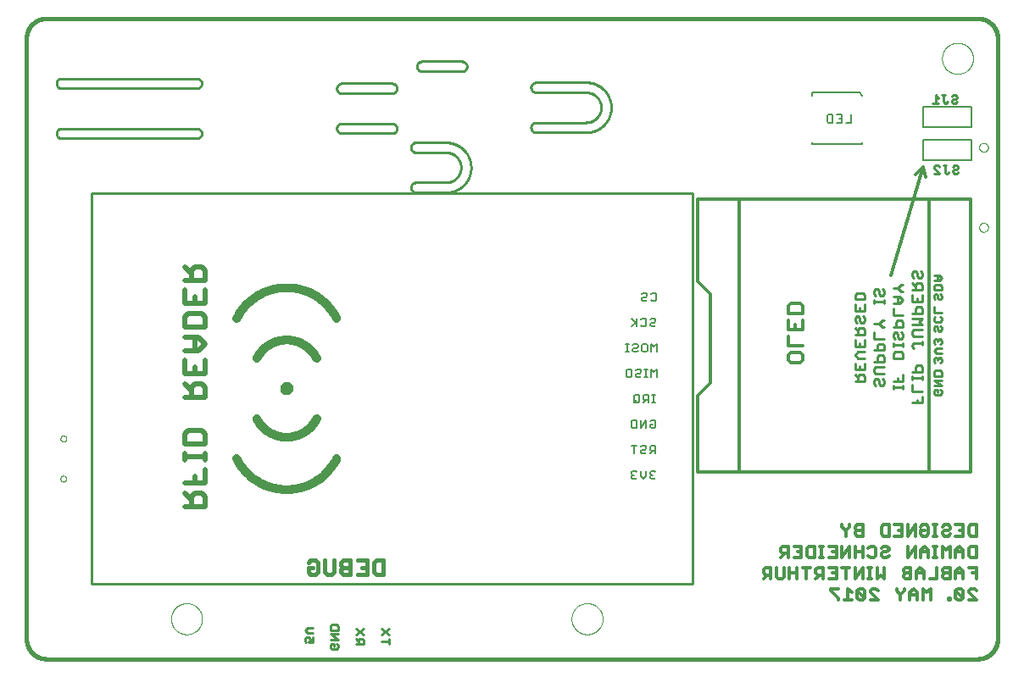
<source format=gbo>
G75*
%MOIN*%
%OFA0B0*%
%FSLAX25Y25*%
%IPPOS*%
%LPD*%
%AMOC8*
5,1,8,0,0,1.08239X$1,22.5*
%
%ADD10C,0.01600*%
%ADD11C,0.01000*%
%ADD12C,0.00000*%
%ADD13C,0.01500*%
%ADD14C,0.00900*%
%ADD15C,0.01100*%
%ADD16C,0.00800*%
%ADD17C,0.01200*%
%ADD18R,0.00400X0.01600*%
%ADD19R,0.00400X0.01200*%
%ADD20R,0.00400X0.03600*%
%ADD21R,0.00400X0.03200*%
%ADD22R,0.00400X0.02000*%
%ADD23R,0.00400X0.02400*%
%ADD24R,0.00400X0.02800*%
%ADD25R,0.00400X0.06400*%
%ADD26R,0.00400X0.06800*%
%ADD27R,0.00400X0.05200*%
%ADD28R,0.00400X0.00800*%
%ADD29R,0.00400X0.04800*%
%ADD30R,0.00400X0.07200*%
%ADD31R,0.00400X0.00400*%
%ADD32R,0.00400X0.04400*%
%ADD33R,0.00400X0.04000*%
%ADD34R,0.00400X0.05600*%
%ADD35R,0.00400X0.06000*%
%ADD36R,0.00400X0.10000*%
%ADD37R,0.00400X0.11600*%
%ADD38R,0.00400X0.10400*%
%ADD39R,0.00400X0.12000*%
%ADD40R,0.00400X0.11200*%
%ADD41R,0.00400X0.12400*%
%ADD42R,0.00400X0.12800*%
%ADD43R,0.00400X0.13200*%
%ADD44R,0.00400X0.13600*%
%ADD45R,0.00400X0.14000*%
%ADD46R,0.00400X0.14400*%
%ADD47R,0.00400X0.07600*%
%ADD48R,0.00400X0.08000*%
%ADD49R,0.00400X0.08400*%
%ADD50R,0.00400X0.10800*%
%ADD51R,0.00400X0.09600*%
%ADD52R,0.00400X0.09200*%
%ADD53R,0.00400X0.15200*%
%ADD54C,0.00787*%
%ADD55C,0.01300*%
%ADD56C,0.02000*%
%ADD57C,0.03200*%
D10*
X0016939Y0009674D02*
X0016939Y0245894D01*
X0016941Y0246084D01*
X0016948Y0246274D01*
X0016960Y0246464D01*
X0016976Y0246654D01*
X0016996Y0246843D01*
X0017022Y0247032D01*
X0017051Y0247220D01*
X0017086Y0247407D01*
X0017125Y0247593D01*
X0017168Y0247778D01*
X0017216Y0247963D01*
X0017268Y0248146D01*
X0017324Y0248327D01*
X0017385Y0248507D01*
X0017451Y0248686D01*
X0017520Y0248863D01*
X0017594Y0249039D01*
X0017672Y0249212D01*
X0017755Y0249384D01*
X0017841Y0249553D01*
X0017931Y0249721D01*
X0018026Y0249886D01*
X0018124Y0250049D01*
X0018227Y0250209D01*
X0018333Y0250367D01*
X0018443Y0250522D01*
X0018556Y0250675D01*
X0018674Y0250825D01*
X0018795Y0250971D01*
X0018919Y0251115D01*
X0019047Y0251256D01*
X0019178Y0251394D01*
X0019313Y0251529D01*
X0019451Y0251660D01*
X0019592Y0251788D01*
X0019736Y0251912D01*
X0019882Y0252033D01*
X0020032Y0252151D01*
X0020185Y0252264D01*
X0020340Y0252374D01*
X0020498Y0252480D01*
X0020658Y0252583D01*
X0020821Y0252681D01*
X0020986Y0252776D01*
X0021154Y0252866D01*
X0021323Y0252952D01*
X0021495Y0253035D01*
X0021668Y0253113D01*
X0021844Y0253187D01*
X0022021Y0253256D01*
X0022200Y0253322D01*
X0022380Y0253383D01*
X0022561Y0253439D01*
X0022744Y0253491D01*
X0022929Y0253539D01*
X0023114Y0253582D01*
X0023300Y0253621D01*
X0023487Y0253656D01*
X0023675Y0253685D01*
X0023864Y0253711D01*
X0024053Y0253731D01*
X0024243Y0253747D01*
X0024433Y0253759D01*
X0024623Y0253766D01*
X0024813Y0253768D01*
X0024813Y0253769D02*
X0390955Y0253769D01*
X0390955Y0253768D02*
X0391145Y0253766D01*
X0391335Y0253759D01*
X0391525Y0253747D01*
X0391715Y0253731D01*
X0391904Y0253711D01*
X0392093Y0253685D01*
X0392281Y0253656D01*
X0392468Y0253621D01*
X0392654Y0253582D01*
X0392839Y0253539D01*
X0393024Y0253491D01*
X0393207Y0253439D01*
X0393388Y0253383D01*
X0393568Y0253322D01*
X0393747Y0253256D01*
X0393924Y0253187D01*
X0394100Y0253113D01*
X0394273Y0253035D01*
X0394445Y0252952D01*
X0394614Y0252866D01*
X0394782Y0252776D01*
X0394947Y0252681D01*
X0395110Y0252583D01*
X0395270Y0252480D01*
X0395428Y0252374D01*
X0395583Y0252264D01*
X0395736Y0252151D01*
X0395886Y0252033D01*
X0396032Y0251912D01*
X0396176Y0251788D01*
X0396317Y0251660D01*
X0396455Y0251529D01*
X0396590Y0251394D01*
X0396721Y0251256D01*
X0396849Y0251115D01*
X0396973Y0250971D01*
X0397094Y0250825D01*
X0397212Y0250675D01*
X0397325Y0250522D01*
X0397435Y0250367D01*
X0397541Y0250209D01*
X0397644Y0250049D01*
X0397742Y0249886D01*
X0397837Y0249721D01*
X0397927Y0249553D01*
X0398013Y0249384D01*
X0398096Y0249212D01*
X0398174Y0249039D01*
X0398248Y0248863D01*
X0398317Y0248686D01*
X0398383Y0248507D01*
X0398444Y0248327D01*
X0398500Y0248146D01*
X0398552Y0247963D01*
X0398600Y0247778D01*
X0398643Y0247593D01*
X0398682Y0247407D01*
X0398717Y0247220D01*
X0398746Y0247032D01*
X0398772Y0246843D01*
X0398792Y0246654D01*
X0398808Y0246464D01*
X0398820Y0246274D01*
X0398827Y0246084D01*
X0398829Y0245894D01*
X0398829Y0009674D01*
X0398827Y0009484D01*
X0398820Y0009294D01*
X0398808Y0009104D01*
X0398792Y0008914D01*
X0398772Y0008725D01*
X0398746Y0008536D01*
X0398717Y0008348D01*
X0398682Y0008161D01*
X0398643Y0007975D01*
X0398600Y0007790D01*
X0398552Y0007605D01*
X0398500Y0007422D01*
X0398444Y0007241D01*
X0398383Y0007061D01*
X0398317Y0006882D01*
X0398248Y0006705D01*
X0398174Y0006529D01*
X0398096Y0006356D01*
X0398013Y0006184D01*
X0397927Y0006015D01*
X0397837Y0005847D01*
X0397742Y0005682D01*
X0397644Y0005519D01*
X0397541Y0005359D01*
X0397435Y0005201D01*
X0397325Y0005046D01*
X0397212Y0004893D01*
X0397094Y0004743D01*
X0396973Y0004597D01*
X0396849Y0004453D01*
X0396721Y0004312D01*
X0396590Y0004174D01*
X0396455Y0004039D01*
X0396317Y0003908D01*
X0396176Y0003780D01*
X0396032Y0003656D01*
X0395886Y0003535D01*
X0395736Y0003417D01*
X0395583Y0003304D01*
X0395428Y0003194D01*
X0395270Y0003088D01*
X0395110Y0002985D01*
X0394947Y0002887D01*
X0394782Y0002792D01*
X0394614Y0002702D01*
X0394445Y0002616D01*
X0394273Y0002533D01*
X0394100Y0002455D01*
X0393924Y0002381D01*
X0393747Y0002312D01*
X0393568Y0002246D01*
X0393388Y0002185D01*
X0393207Y0002129D01*
X0393024Y0002077D01*
X0392839Y0002029D01*
X0392654Y0001986D01*
X0392468Y0001947D01*
X0392281Y0001912D01*
X0392093Y0001883D01*
X0391904Y0001857D01*
X0391715Y0001837D01*
X0391525Y0001821D01*
X0391335Y0001809D01*
X0391145Y0001802D01*
X0390955Y0001800D01*
X0024813Y0001800D01*
X0024623Y0001802D01*
X0024433Y0001809D01*
X0024243Y0001821D01*
X0024053Y0001837D01*
X0023864Y0001857D01*
X0023675Y0001883D01*
X0023487Y0001912D01*
X0023300Y0001947D01*
X0023114Y0001986D01*
X0022929Y0002029D01*
X0022744Y0002077D01*
X0022561Y0002129D01*
X0022380Y0002185D01*
X0022200Y0002246D01*
X0022021Y0002312D01*
X0021844Y0002381D01*
X0021668Y0002455D01*
X0021495Y0002533D01*
X0021323Y0002616D01*
X0021154Y0002702D01*
X0020986Y0002792D01*
X0020821Y0002887D01*
X0020658Y0002985D01*
X0020498Y0003088D01*
X0020340Y0003194D01*
X0020185Y0003304D01*
X0020032Y0003417D01*
X0019882Y0003535D01*
X0019736Y0003656D01*
X0019592Y0003780D01*
X0019451Y0003908D01*
X0019313Y0004039D01*
X0019178Y0004174D01*
X0019047Y0004312D01*
X0018919Y0004453D01*
X0018795Y0004597D01*
X0018674Y0004743D01*
X0018556Y0004893D01*
X0018443Y0005046D01*
X0018333Y0005201D01*
X0018227Y0005359D01*
X0018124Y0005519D01*
X0018026Y0005682D01*
X0017931Y0005847D01*
X0017841Y0006015D01*
X0017755Y0006184D01*
X0017672Y0006356D01*
X0017594Y0006529D01*
X0017520Y0006705D01*
X0017451Y0006882D01*
X0017385Y0007061D01*
X0017324Y0007241D01*
X0017268Y0007422D01*
X0017216Y0007605D01*
X0017168Y0007790D01*
X0017125Y0007975D01*
X0017086Y0008161D01*
X0017051Y0008348D01*
X0017022Y0008536D01*
X0016996Y0008725D01*
X0016976Y0008914D01*
X0016960Y0009104D01*
X0016948Y0009294D01*
X0016941Y0009484D01*
X0016939Y0009674D01*
D11*
X0042530Y0031328D02*
X0042530Y0184871D01*
X0278750Y0184871D01*
X0278750Y0031328D01*
X0042530Y0031328D01*
X0170089Y0185265D02*
X0181900Y0185265D01*
X0181900Y0189202D02*
X0170089Y0189202D01*
X0168120Y0187233D02*
X0168122Y0187147D01*
X0168127Y0187061D01*
X0168137Y0186976D01*
X0168150Y0186891D01*
X0168167Y0186807D01*
X0168187Y0186723D01*
X0168211Y0186641D01*
X0168239Y0186560D01*
X0168270Y0186479D01*
X0168304Y0186401D01*
X0168342Y0186324D01*
X0168384Y0186249D01*
X0168428Y0186175D01*
X0168476Y0186104D01*
X0168527Y0186034D01*
X0168581Y0185967D01*
X0168637Y0185903D01*
X0168697Y0185841D01*
X0168759Y0185781D01*
X0168823Y0185725D01*
X0168890Y0185671D01*
X0168960Y0185620D01*
X0169031Y0185572D01*
X0169105Y0185528D01*
X0169180Y0185486D01*
X0169257Y0185448D01*
X0169335Y0185414D01*
X0169416Y0185383D01*
X0169497Y0185355D01*
X0169579Y0185331D01*
X0169663Y0185311D01*
X0169747Y0185294D01*
X0169832Y0185281D01*
X0169917Y0185271D01*
X0170003Y0185266D01*
X0170089Y0185264D01*
X0168120Y0187233D02*
X0168122Y0187319D01*
X0168127Y0187405D01*
X0168137Y0187490D01*
X0168150Y0187575D01*
X0168167Y0187659D01*
X0168187Y0187743D01*
X0168211Y0187825D01*
X0168239Y0187906D01*
X0168270Y0187987D01*
X0168304Y0188065D01*
X0168342Y0188142D01*
X0168384Y0188218D01*
X0168428Y0188291D01*
X0168476Y0188362D01*
X0168527Y0188432D01*
X0168581Y0188499D01*
X0168637Y0188563D01*
X0168697Y0188625D01*
X0168759Y0188685D01*
X0168823Y0188741D01*
X0168890Y0188795D01*
X0168960Y0188846D01*
X0169031Y0188894D01*
X0169105Y0188938D01*
X0169180Y0188980D01*
X0169257Y0189018D01*
X0169335Y0189052D01*
X0169416Y0189083D01*
X0169497Y0189111D01*
X0169579Y0189135D01*
X0169663Y0189155D01*
X0169747Y0189172D01*
X0169832Y0189185D01*
X0169917Y0189195D01*
X0170003Y0189200D01*
X0170089Y0189202D01*
X0181900Y0204950D02*
X0182138Y0204947D01*
X0182376Y0204939D01*
X0182613Y0204924D01*
X0182850Y0204904D01*
X0183086Y0204878D01*
X0183322Y0204847D01*
X0183557Y0204810D01*
X0183791Y0204767D01*
X0184024Y0204718D01*
X0184256Y0204664D01*
X0184486Y0204604D01*
X0184715Y0204539D01*
X0184942Y0204468D01*
X0185167Y0204392D01*
X0185390Y0204310D01*
X0185612Y0204223D01*
X0185831Y0204131D01*
X0186048Y0204033D01*
X0186262Y0203931D01*
X0186474Y0203823D01*
X0186684Y0203709D01*
X0186890Y0203591D01*
X0187094Y0203468D01*
X0187294Y0203340D01*
X0187491Y0203208D01*
X0187686Y0203070D01*
X0187876Y0202928D01*
X0188064Y0202781D01*
X0188247Y0202630D01*
X0188427Y0202475D01*
X0188603Y0202315D01*
X0188775Y0202151D01*
X0188944Y0201982D01*
X0189108Y0201810D01*
X0189268Y0201634D01*
X0189423Y0201454D01*
X0189574Y0201271D01*
X0189721Y0201083D01*
X0189863Y0200893D01*
X0190001Y0200698D01*
X0190133Y0200501D01*
X0190261Y0200301D01*
X0190384Y0200097D01*
X0190502Y0199891D01*
X0190616Y0199681D01*
X0190724Y0199469D01*
X0190826Y0199255D01*
X0190924Y0199038D01*
X0191016Y0198819D01*
X0191103Y0198597D01*
X0191185Y0198374D01*
X0191261Y0198149D01*
X0191332Y0197922D01*
X0191397Y0197693D01*
X0191457Y0197463D01*
X0191511Y0197231D01*
X0191560Y0196998D01*
X0191603Y0196764D01*
X0191640Y0196529D01*
X0191671Y0196293D01*
X0191697Y0196057D01*
X0191717Y0195820D01*
X0191732Y0195583D01*
X0191740Y0195345D01*
X0191743Y0195107D01*
X0191740Y0194869D01*
X0191732Y0194631D01*
X0191717Y0194394D01*
X0191697Y0194157D01*
X0191671Y0193921D01*
X0191640Y0193685D01*
X0191603Y0193450D01*
X0191560Y0193216D01*
X0191511Y0192983D01*
X0191457Y0192751D01*
X0191397Y0192521D01*
X0191332Y0192292D01*
X0191261Y0192065D01*
X0191185Y0191840D01*
X0191103Y0191617D01*
X0191016Y0191395D01*
X0190924Y0191176D01*
X0190826Y0190959D01*
X0190724Y0190745D01*
X0190616Y0190533D01*
X0190502Y0190323D01*
X0190384Y0190117D01*
X0190261Y0189913D01*
X0190133Y0189713D01*
X0190001Y0189516D01*
X0189863Y0189321D01*
X0189721Y0189131D01*
X0189574Y0188943D01*
X0189423Y0188760D01*
X0189268Y0188580D01*
X0189108Y0188404D01*
X0188944Y0188232D01*
X0188775Y0188063D01*
X0188603Y0187899D01*
X0188427Y0187739D01*
X0188247Y0187584D01*
X0188064Y0187433D01*
X0187876Y0187286D01*
X0187686Y0187144D01*
X0187491Y0187006D01*
X0187294Y0186874D01*
X0187094Y0186746D01*
X0186890Y0186623D01*
X0186684Y0186505D01*
X0186474Y0186391D01*
X0186262Y0186283D01*
X0186048Y0186181D01*
X0185831Y0186083D01*
X0185612Y0185991D01*
X0185390Y0185904D01*
X0185167Y0185822D01*
X0184942Y0185746D01*
X0184715Y0185675D01*
X0184486Y0185610D01*
X0184256Y0185550D01*
X0184024Y0185496D01*
X0183791Y0185447D01*
X0183557Y0185404D01*
X0183322Y0185367D01*
X0183086Y0185336D01*
X0182850Y0185310D01*
X0182613Y0185290D01*
X0182376Y0185275D01*
X0182138Y0185267D01*
X0181900Y0185264D01*
X0181900Y0189201D02*
X0182052Y0189203D01*
X0182204Y0189209D01*
X0182356Y0189219D01*
X0182507Y0189232D01*
X0182658Y0189250D01*
X0182809Y0189271D01*
X0182959Y0189297D01*
X0183108Y0189326D01*
X0183257Y0189359D01*
X0183404Y0189396D01*
X0183551Y0189436D01*
X0183696Y0189481D01*
X0183840Y0189529D01*
X0183983Y0189581D01*
X0184125Y0189636D01*
X0184265Y0189695D01*
X0184404Y0189758D01*
X0184541Y0189824D01*
X0184676Y0189894D01*
X0184809Y0189967D01*
X0184940Y0190044D01*
X0185070Y0190124D01*
X0185197Y0190207D01*
X0185322Y0190293D01*
X0185445Y0190383D01*
X0185565Y0190476D01*
X0185683Y0190572D01*
X0185799Y0190671D01*
X0185912Y0190773D01*
X0186022Y0190877D01*
X0186130Y0190985D01*
X0186234Y0191095D01*
X0186336Y0191208D01*
X0186435Y0191324D01*
X0186531Y0191442D01*
X0186624Y0191562D01*
X0186714Y0191685D01*
X0186800Y0191810D01*
X0186883Y0191937D01*
X0186963Y0192067D01*
X0187040Y0192198D01*
X0187113Y0192331D01*
X0187183Y0192466D01*
X0187249Y0192603D01*
X0187312Y0192742D01*
X0187371Y0192882D01*
X0187426Y0193024D01*
X0187478Y0193167D01*
X0187526Y0193311D01*
X0187571Y0193456D01*
X0187611Y0193603D01*
X0187648Y0193750D01*
X0187681Y0193899D01*
X0187710Y0194048D01*
X0187736Y0194198D01*
X0187757Y0194349D01*
X0187775Y0194500D01*
X0187788Y0194651D01*
X0187798Y0194803D01*
X0187804Y0194955D01*
X0187806Y0195107D01*
X0187804Y0195259D01*
X0187798Y0195411D01*
X0187788Y0195563D01*
X0187775Y0195714D01*
X0187757Y0195865D01*
X0187736Y0196016D01*
X0187710Y0196166D01*
X0187681Y0196315D01*
X0187648Y0196464D01*
X0187611Y0196611D01*
X0187571Y0196758D01*
X0187526Y0196903D01*
X0187478Y0197047D01*
X0187426Y0197190D01*
X0187371Y0197332D01*
X0187312Y0197472D01*
X0187249Y0197611D01*
X0187183Y0197748D01*
X0187113Y0197883D01*
X0187040Y0198016D01*
X0186963Y0198147D01*
X0186883Y0198277D01*
X0186800Y0198404D01*
X0186714Y0198529D01*
X0186624Y0198652D01*
X0186531Y0198772D01*
X0186435Y0198890D01*
X0186336Y0199006D01*
X0186234Y0199119D01*
X0186130Y0199229D01*
X0186022Y0199337D01*
X0185912Y0199441D01*
X0185799Y0199543D01*
X0185683Y0199642D01*
X0185565Y0199738D01*
X0185445Y0199831D01*
X0185322Y0199921D01*
X0185197Y0200007D01*
X0185070Y0200090D01*
X0184940Y0200170D01*
X0184809Y0200247D01*
X0184676Y0200320D01*
X0184541Y0200390D01*
X0184404Y0200456D01*
X0184265Y0200519D01*
X0184125Y0200578D01*
X0183983Y0200633D01*
X0183840Y0200685D01*
X0183696Y0200733D01*
X0183551Y0200778D01*
X0183404Y0200818D01*
X0183257Y0200855D01*
X0183108Y0200888D01*
X0182959Y0200917D01*
X0182809Y0200943D01*
X0182658Y0200964D01*
X0182507Y0200982D01*
X0182356Y0200995D01*
X0182204Y0201005D01*
X0182052Y0201011D01*
X0181900Y0201013D01*
X0170089Y0201013D01*
X0168120Y0202981D02*
X0168122Y0203067D01*
X0168127Y0203153D01*
X0168137Y0203238D01*
X0168150Y0203323D01*
X0168167Y0203407D01*
X0168187Y0203491D01*
X0168211Y0203573D01*
X0168239Y0203654D01*
X0168270Y0203735D01*
X0168304Y0203813D01*
X0168342Y0203890D01*
X0168384Y0203966D01*
X0168428Y0204039D01*
X0168476Y0204110D01*
X0168527Y0204180D01*
X0168581Y0204247D01*
X0168637Y0204311D01*
X0168697Y0204373D01*
X0168759Y0204433D01*
X0168823Y0204489D01*
X0168890Y0204543D01*
X0168960Y0204594D01*
X0169031Y0204642D01*
X0169105Y0204686D01*
X0169180Y0204728D01*
X0169257Y0204766D01*
X0169335Y0204800D01*
X0169416Y0204831D01*
X0169497Y0204859D01*
X0169579Y0204883D01*
X0169663Y0204903D01*
X0169747Y0204920D01*
X0169832Y0204933D01*
X0169917Y0204943D01*
X0170003Y0204948D01*
X0170089Y0204950D01*
X0181900Y0204950D01*
X0170089Y0201012D02*
X0170003Y0201014D01*
X0169917Y0201019D01*
X0169832Y0201029D01*
X0169747Y0201042D01*
X0169663Y0201059D01*
X0169579Y0201079D01*
X0169497Y0201103D01*
X0169416Y0201131D01*
X0169335Y0201162D01*
X0169257Y0201196D01*
X0169180Y0201234D01*
X0169105Y0201276D01*
X0169031Y0201320D01*
X0168960Y0201368D01*
X0168890Y0201419D01*
X0168823Y0201473D01*
X0168759Y0201529D01*
X0168697Y0201589D01*
X0168637Y0201651D01*
X0168581Y0201715D01*
X0168527Y0201782D01*
X0168476Y0201852D01*
X0168428Y0201923D01*
X0168384Y0201997D01*
X0168342Y0202072D01*
X0168304Y0202149D01*
X0168270Y0202227D01*
X0168239Y0202308D01*
X0168211Y0202389D01*
X0168187Y0202471D01*
X0168167Y0202555D01*
X0168150Y0202639D01*
X0168137Y0202724D01*
X0168127Y0202809D01*
X0168122Y0202895D01*
X0168120Y0202981D01*
X0160640Y0208493D02*
X0140955Y0208493D01*
X0138986Y0210461D02*
X0138988Y0210547D01*
X0138993Y0210633D01*
X0139003Y0210718D01*
X0139016Y0210803D01*
X0139033Y0210887D01*
X0139053Y0210971D01*
X0139077Y0211053D01*
X0139105Y0211134D01*
X0139136Y0211215D01*
X0139170Y0211293D01*
X0139208Y0211370D01*
X0139250Y0211446D01*
X0139294Y0211519D01*
X0139342Y0211590D01*
X0139393Y0211660D01*
X0139447Y0211727D01*
X0139503Y0211791D01*
X0139563Y0211853D01*
X0139625Y0211913D01*
X0139689Y0211969D01*
X0139756Y0212023D01*
X0139826Y0212074D01*
X0139897Y0212122D01*
X0139971Y0212166D01*
X0140046Y0212208D01*
X0140123Y0212246D01*
X0140201Y0212280D01*
X0140282Y0212311D01*
X0140363Y0212339D01*
X0140445Y0212363D01*
X0140529Y0212383D01*
X0140613Y0212400D01*
X0140698Y0212413D01*
X0140783Y0212423D01*
X0140869Y0212428D01*
X0140955Y0212430D01*
X0160640Y0212430D01*
X0160726Y0212428D01*
X0160812Y0212423D01*
X0160897Y0212413D01*
X0160982Y0212400D01*
X0161066Y0212383D01*
X0161150Y0212363D01*
X0161232Y0212339D01*
X0161313Y0212311D01*
X0161394Y0212280D01*
X0161472Y0212246D01*
X0161549Y0212208D01*
X0161625Y0212166D01*
X0161698Y0212122D01*
X0161769Y0212074D01*
X0161839Y0212023D01*
X0161906Y0211969D01*
X0161970Y0211913D01*
X0162032Y0211853D01*
X0162092Y0211791D01*
X0162148Y0211727D01*
X0162202Y0211660D01*
X0162253Y0211590D01*
X0162301Y0211519D01*
X0162345Y0211446D01*
X0162387Y0211370D01*
X0162425Y0211293D01*
X0162459Y0211215D01*
X0162490Y0211134D01*
X0162518Y0211053D01*
X0162542Y0210971D01*
X0162562Y0210887D01*
X0162579Y0210803D01*
X0162592Y0210718D01*
X0162602Y0210633D01*
X0162607Y0210547D01*
X0162609Y0210461D01*
X0162607Y0210375D01*
X0162602Y0210289D01*
X0162592Y0210204D01*
X0162579Y0210119D01*
X0162562Y0210035D01*
X0162542Y0209951D01*
X0162518Y0209869D01*
X0162490Y0209788D01*
X0162459Y0209707D01*
X0162425Y0209629D01*
X0162387Y0209552D01*
X0162345Y0209477D01*
X0162301Y0209403D01*
X0162253Y0209332D01*
X0162202Y0209262D01*
X0162148Y0209195D01*
X0162092Y0209131D01*
X0162032Y0209069D01*
X0161970Y0209009D01*
X0161906Y0208953D01*
X0161839Y0208899D01*
X0161769Y0208848D01*
X0161698Y0208800D01*
X0161625Y0208756D01*
X0161549Y0208714D01*
X0161472Y0208676D01*
X0161394Y0208642D01*
X0161313Y0208611D01*
X0161232Y0208583D01*
X0161150Y0208559D01*
X0161066Y0208539D01*
X0160982Y0208522D01*
X0160897Y0208509D01*
X0160812Y0208499D01*
X0160726Y0208494D01*
X0160640Y0208492D01*
X0140955Y0208492D02*
X0140869Y0208494D01*
X0140783Y0208499D01*
X0140698Y0208509D01*
X0140613Y0208522D01*
X0140529Y0208539D01*
X0140445Y0208559D01*
X0140363Y0208583D01*
X0140282Y0208611D01*
X0140201Y0208642D01*
X0140123Y0208676D01*
X0140046Y0208714D01*
X0139971Y0208756D01*
X0139897Y0208800D01*
X0139826Y0208848D01*
X0139756Y0208899D01*
X0139689Y0208953D01*
X0139625Y0209009D01*
X0139563Y0209069D01*
X0139503Y0209131D01*
X0139447Y0209195D01*
X0139393Y0209262D01*
X0139342Y0209332D01*
X0139294Y0209403D01*
X0139250Y0209477D01*
X0139208Y0209552D01*
X0139170Y0209629D01*
X0139136Y0209707D01*
X0139105Y0209788D01*
X0139077Y0209869D01*
X0139053Y0209951D01*
X0139033Y0210035D01*
X0139016Y0210119D01*
X0139003Y0210204D01*
X0138993Y0210289D01*
X0138988Y0210375D01*
X0138986Y0210461D01*
X0140955Y0224241D02*
X0160640Y0224241D01*
X0162609Y0226209D02*
X0162607Y0226295D01*
X0162602Y0226381D01*
X0162592Y0226466D01*
X0162579Y0226551D01*
X0162562Y0226635D01*
X0162542Y0226719D01*
X0162518Y0226801D01*
X0162490Y0226882D01*
X0162459Y0226963D01*
X0162425Y0227041D01*
X0162387Y0227118D01*
X0162345Y0227194D01*
X0162301Y0227267D01*
X0162253Y0227338D01*
X0162202Y0227408D01*
X0162148Y0227475D01*
X0162092Y0227539D01*
X0162032Y0227601D01*
X0161970Y0227661D01*
X0161906Y0227717D01*
X0161839Y0227771D01*
X0161769Y0227822D01*
X0161698Y0227870D01*
X0161625Y0227914D01*
X0161549Y0227956D01*
X0161472Y0227994D01*
X0161394Y0228028D01*
X0161313Y0228059D01*
X0161232Y0228087D01*
X0161150Y0228111D01*
X0161066Y0228131D01*
X0160982Y0228148D01*
X0160897Y0228161D01*
X0160812Y0228171D01*
X0160726Y0228176D01*
X0160640Y0228178D01*
X0140955Y0228178D01*
X0140869Y0228176D01*
X0140783Y0228171D01*
X0140698Y0228161D01*
X0140613Y0228148D01*
X0140529Y0228131D01*
X0140445Y0228111D01*
X0140363Y0228087D01*
X0140282Y0228059D01*
X0140201Y0228028D01*
X0140123Y0227994D01*
X0140046Y0227956D01*
X0139971Y0227914D01*
X0139897Y0227870D01*
X0139826Y0227822D01*
X0139756Y0227771D01*
X0139689Y0227717D01*
X0139625Y0227661D01*
X0139563Y0227601D01*
X0139503Y0227539D01*
X0139447Y0227475D01*
X0139393Y0227408D01*
X0139342Y0227338D01*
X0139294Y0227267D01*
X0139250Y0227194D01*
X0139208Y0227118D01*
X0139170Y0227041D01*
X0139136Y0226963D01*
X0139105Y0226882D01*
X0139077Y0226801D01*
X0139053Y0226719D01*
X0139033Y0226635D01*
X0139016Y0226551D01*
X0139003Y0226466D01*
X0138993Y0226381D01*
X0138988Y0226295D01*
X0138986Y0226209D01*
X0138988Y0226123D01*
X0138993Y0226037D01*
X0139003Y0225952D01*
X0139016Y0225867D01*
X0139033Y0225783D01*
X0139053Y0225699D01*
X0139077Y0225617D01*
X0139105Y0225536D01*
X0139136Y0225455D01*
X0139170Y0225377D01*
X0139208Y0225300D01*
X0139250Y0225225D01*
X0139294Y0225151D01*
X0139342Y0225080D01*
X0139393Y0225010D01*
X0139447Y0224943D01*
X0139503Y0224879D01*
X0139563Y0224817D01*
X0139625Y0224757D01*
X0139689Y0224701D01*
X0139756Y0224647D01*
X0139826Y0224596D01*
X0139897Y0224548D01*
X0139971Y0224504D01*
X0140046Y0224462D01*
X0140123Y0224424D01*
X0140201Y0224390D01*
X0140282Y0224359D01*
X0140363Y0224331D01*
X0140445Y0224307D01*
X0140529Y0224287D01*
X0140613Y0224270D01*
X0140698Y0224257D01*
X0140783Y0224247D01*
X0140869Y0224242D01*
X0140955Y0224240D01*
X0160640Y0224240D02*
X0160726Y0224242D01*
X0160812Y0224247D01*
X0160897Y0224257D01*
X0160982Y0224270D01*
X0161066Y0224287D01*
X0161150Y0224307D01*
X0161232Y0224331D01*
X0161313Y0224359D01*
X0161394Y0224390D01*
X0161472Y0224424D01*
X0161549Y0224462D01*
X0161625Y0224504D01*
X0161698Y0224548D01*
X0161769Y0224596D01*
X0161839Y0224647D01*
X0161906Y0224701D01*
X0161970Y0224757D01*
X0162032Y0224817D01*
X0162092Y0224879D01*
X0162148Y0224943D01*
X0162202Y0225010D01*
X0162253Y0225080D01*
X0162301Y0225151D01*
X0162345Y0225225D01*
X0162387Y0225300D01*
X0162425Y0225377D01*
X0162459Y0225455D01*
X0162490Y0225536D01*
X0162518Y0225617D01*
X0162542Y0225699D01*
X0162562Y0225783D01*
X0162579Y0225867D01*
X0162592Y0225952D01*
X0162602Y0226037D01*
X0162607Y0226123D01*
X0162609Y0226209D01*
X0172451Y0232902D02*
X0188199Y0232902D01*
X0190168Y0234871D02*
X0190166Y0234957D01*
X0190161Y0235043D01*
X0190151Y0235128D01*
X0190138Y0235213D01*
X0190121Y0235297D01*
X0190101Y0235381D01*
X0190077Y0235463D01*
X0190049Y0235544D01*
X0190018Y0235625D01*
X0189984Y0235703D01*
X0189946Y0235780D01*
X0189904Y0235856D01*
X0189860Y0235929D01*
X0189812Y0236000D01*
X0189761Y0236070D01*
X0189707Y0236137D01*
X0189651Y0236201D01*
X0189591Y0236263D01*
X0189529Y0236323D01*
X0189465Y0236379D01*
X0189398Y0236433D01*
X0189328Y0236484D01*
X0189257Y0236532D01*
X0189184Y0236576D01*
X0189108Y0236618D01*
X0189031Y0236656D01*
X0188953Y0236690D01*
X0188872Y0236721D01*
X0188791Y0236749D01*
X0188709Y0236773D01*
X0188625Y0236793D01*
X0188541Y0236810D01*
X0188456Y0236823D01*
X0188371Y0236833D01*
X0188285Y0236838D01*
X0188199Y0236840D01*
X0188199Y0236839D02*
X0172451Y0236839D01*
X0172451Y0236840D02*
X0172365Y0236838D01*
X0172279Y0236833D01*
X0172194Y0236823D01*
X0172109Y0236810D01*
X0172025Y0236793D01*
X0171941Y0236773D01*
X0171859Y0236749D01*
X0171778Y0236721D01*
X0171697Y0236690D01*
X0171619Y0236656D01*
X0171542Y0236618D01*
X0171467Y0236576D01*
X0171393Y0236532D01*
X0171322Y0236484D01*
X0171252Y0236433D01*
X0171185Y0236379D01*
X0171121Y0236323D01*
X0171059Y0236263D01*
X0170999Y0236201D01*
X0170943Y0236137D01*
X0170889Y0236070D01*
X0170838Y0236000D01*
X0170790Y0235929D01*
X0170746Y0235856D01*
X0170704Y0235780D01*
X0170666Y0235703D01*
X0170632Y0235625D01*
X0170601Y0235544D01*
X0170573Y0235463D01*
X0170549Y0235381D01*
X0170529Y0235297D01*
X0170512Y0235213D01*
X0170499Y0235128D01*
X0170489Y0235043D01*
X0170484Y0234957D01*
X0170482Y0234871D01*
X0170484Y0234785D01*
X0170489Y0234699D01*
X0170499Y0234614D01*
X0170512Y0234529D01*
X0170529Y0234445D01*
X0170549Y0234361D01*
X0170573Y0234279D01*
X0170601Y0234198D01*
X0170632Y0234117D01*
X0170666Y0234039D01*
X0170704Y0233962D01*
X0170746Y0233887D01*
X0170790Y0233813D01*
X0170838Y0233742D01*
X0170889Y0233672D01*
X0170943Y0233605D01*
X0170999Y0233541D01*
X0171059Y0233479D01*
X0171121Y0233419D01*
X0171185Y0233363D01*
X0171252Y0233309D01*
X0171322Y0233258D01*
X0171393Y0233210D01*
X0171467Y0233166D01*
X0171542Y0233124D01*
X0171619Y0233086D01*
X0171697Y0233052D01*
X0171778Y0233021D01*
X0171859Y0232993D01*
X0171941Y0232969D01*
X0172025Y0232949D01*
X0172109Y0232932D01*
X0172194Y0232919D01*
X0172279Y0232909D01*
X0172365Y0232904D01*
X0172451Y0232902D01*
X0188199Y0232902D02*
X0188285Y0232904D01*
X0188371Y0232909D01*
X0188456Y0232919D01*
X0188541Y0232932D01*
X0188625Y0232949D01*
X0188709Y0232969D01*
X0188791Y0232993D01*
X0188872Y0233021D01*
X0188953Y0233052D01*
X0189031Y0233086D01*
X0189108Y0233124D01*
X0189184Y0233166D01*
X0189257Y0233210D01*
X0189328Y0233258D01*
X0189398Y0233309D01*
X0189465Y0233363D01*
X0189529Y0233419D01*
X0189591Y0233479D01*
X0189651Y0233541D01*
X0189707Y0233605D01*
X0189761Y0233672D01*
X0189812Y0233742D01*
X0189860Y0233813D01*
X0189904Y0233887D01*
X0189946Y0233962D01*
X0189984Y0234039D01*
X0190018Y0234117D01*
X0190049Y0234198D01*
X0190077Y0234279D01*
X0190101Y0234361D01*
X0190121Y0234445D01*
X0190138Y0234529D01*
X0190151Y0234614D01*
X0190161Y0234699D01*
X0190166Y0234785D01*
X0190168Y0234871D01*
X0217333Y0228572D02*
X0237018Y0228572D01*
X0237018Y0224635D02*
X0217333Y0224635D01*
X0215364Y0226603D02*
X0215366Y0226689D01*
X0215371Y0226775D01*
X0215381Y0226860D01*
X0215394Y0226945D01*
X0215411Y0227029D01*
X0215431Y0227113D01*
X0215455Y0227195D01*
X0215483Y0227276D01*
X0215514Y0227357D01*
X0215548Y0227435D01*
X0215586Y0227512D01*
X0215628Y0227588D01*
X0215672Y0227661D01*
X0215720Y0227732D01*
X0215771Y0227802D01*
X0215825Y0227869D01*
X0215881Y0227933D01*
X0215941Y0227995D01*
X0216003Y0228055D01*
X0216067Y0228111D01*
X0216134Y0228165D01*
X0216204Y0228216D01*
X0216275Y0228264D01*
X0216349Y0228308D01*
X0216424Y0228350D01*
X0216501Y0228388D01*
X0216579Y0228422D01*
X0216660Y0228453D01*
X0216741Y0228481D01*
X0216823Y0228505D01*
X0216907Y0228525D01*
X0216991Y0228542D01*
X0217076Y0228555D01*
X0217161Y0228565D01*
X0217247Y0228570D01*
X0217333Y0228572D01*
X0215364Y0226603D02*
X0215366Y0226517D01*
X0215371Y0226431D01*
X0215381Y0226346D01*
X0215394Y0226261D01*
X0215411Y0226177D01*
X0215431Y0226093D01*
X0215455Y0226011D01*
X0215483Y0225930D01*
X0215514Y0225849D01*
X0215548Y0225771D01*
X0215586Y0225694D01*
X0215628Y0225619D01*
X0215672Y0225545D01*
X0215720Y0225474D01*
X0215771Y0225404D01*
X0215825Y0225337D01*
X0215881Y0225273D01*
X0215941Y0225211D01*
X0216003Y0225151D01*
X0216067Y0225095D01*
X0216134Y0225041D01*
X0216204Y0224990D01*
X0216275Y0224942D01*
X0216349Y0224898D01*
X0216424Y0224856D01*
X0216501Y0224818D01*
X0216579Y0224784D01*
X0216660Y0224753D01*
X0216741Y0224725D01*
X0216823Y0224701D01*
X0216907Y0224681D01*
X0216991Y0224664D01*
X0217076Y0224651D01*
X0217161Y0224641D01*
X0217247Y0224636D01*
X0217333Y0224634D01*
X0217333Y0212824D02*
X0237018Y0212824D01*
X0237018Y0208887D02*
X0217333Y0208887D01*
X0217333Y0208886D02*
X0217247Y0208888D01*
X0217161Y0208893D01*
X0217076Y0208903D01*
X0216991Y0208916D01*
X0216907Y0208933D01*
X0216823Y0208953D01*
X0216741Y0208977D01*
X0216660Y0209005D01*
X0216579Y0209036D01*
X0216501Y0209070D01*
X0216424Y0209108D01*
X0216349Y0209150D01*
X0216275Y0209194D01*
X0216204Y0209242D01*
X0216134Y0209293D01*
X0216067Y0209347D01*
X0216003Y0209403D01*
X0215941Y0209463D01*
X0215881Y0209525D01*
X0215825Y0209589D01*
X0215771Y0209656D01*
X0215720Y0209726D01*
X0215672Y0209797D01*
X0215628Y0209871D01*
X0215586Y0209946D01*
X0215548Y0210023D01*
X0215514Y0210101D01*
X0215483Y0210182D01*
X0215455Y0210263D01*
X0215431Y0210345D01*
X0215411Y0210429D01*
X0215394Y0210513D01*
X0215381Y0210598D01*
X0215371Y0210683D01*
X0215366Y0210769D01*
X0215364Y0210855D01*
X0215366Y0210941D01*
X0215371Y0211027D01*
X0215381Y0211112D01*
X0215394Y0211197D01*
X0215411Y0211281D01*
X0215431Y0211365D01*
X0215455Y0211447D01*
X0215483Y0211528D01*
X0215514Y0211609D01*
X0215548Y0211687D01*
X0215586Y0211764D01*
X0215628Y0211840D01*
X0215672Y0211913D01*
X0215720Y0211984D01*
X0215771Y0212054D01*
X0215825Y0212121D01*
X0215881Y0212185D01*
X0215941Y0212247D01*
X0216003Y0212307D01*
X0216067Y0212363D01*
X0216134Y0212417D01*
X0216204Y0212468D01*
X0216275Y0212516D01*
X0216349Y0212560D01*
X0216424Y0212602D01*
X0216501Y0212640D01*
X0216579Y0212674D01*
X0216660Y0212705D01*
X0216741Y0212733D01*
X0216823Y0212757D01*
X0216907Y0212777D01*
X0216991Y0212794D01*
X0217076Y0212807D01*
X0217161Y0212817D01*
X0217247Y0212822D01*
X0217333Y0212824D01*
X0237018Y0228572D02*
X0237256Y0228569D01*
X0237494Y0228561D01*
X0237731Y0228546D01*
X0237968Y0228526D01*
X0238204Y0228500D01*
X0238440Y0228469D01*
X0238675Y0228432D01*
X0238909Y0228389D01*
X0239142Y0228340D01*
X0239374Y0228286D01*
X0239604Y0228226D01*
X0239833Y0228161D01*
X0240060Y0228090D01*
X0240285Y0228014D01*
X0240508Y0227932D01*
X0240730Y0227845D01*
X0240949Y0227753D01*
X0241166Y0227655D01*
X0241380Y0227553D01*
X0241592Y0227445D01*
X0241802Y0227331D01*
X0242008Y0227213D01*
X0242212Y0227090D01*
X0242412Y0226962D01*
X0242609Y0226830D01*
X0242804Y0226692D01*
X0242994Y0226550D01*
X0243182Y0226403D01*
X0243365Y0226252D01*
X0243545Y0226097D01*
X0243721Y0225937D01*
X0243893Y0225773D01*
X0244062Y0225604D01*
X0244226Y0225432D01*
X0244386Y0225256D01*
X0244541Y0225076D01*
X0244692Y0224893D01*
X0244839Y0224705D01*
X0244981Y0224515D01*
X0245119Y0224320D01*
X0245251Y0224123D01*
X0245379Y0223923D01*
X0245502Y0223719D01*
X0245620Y0223513D01*
X0245734Y0223303D01*
X0245842Y0223091D01*
X0245944Y0222877D01*
X0246042Y0222660D01*
X0246134Y0222441D01*
X0246221Y0222219D01*
X0246303Y0221996D01*
X0246379Y0221771D01*
X0246450Y0221544D01*
X0246515Y0221315D01*
X0246575Y0221085D01*
X0246629Y0220853D01*
X0246678Y0220620D01*
X0246721Y0220386D01*
X0246758Y0220151D01*
X0246789Y0219915D01*
X0246815Y0219679D01*
X0246835Y0219442D01*
X0246850Y0219205D01*
X0246858Y0218967D01*
X0246861Y0218729D01*
X0246858Y0218491D01*
X0246850Y0218253D01*
X0246835Y0218016D01*
X0246815Y0217779D01*
X0246789Y0217543D01*
X0246758Y0217307D01*
X0246721Y0217072D01*
X0246678Y0216838D01*
X0246629Y0216605D01*
X0246575Y0216373D01*
X0246515Y0216143D01*
X0246450Y0215914D01*
X0246379Y0215687D01*
X0246303Y0215462D01*
X0246221Y0215239D01*
X0246134Y0215017D01*
X0246042Y0214798D01*
X0245944Y0214581D01*
X0245842Y0214367D01*
X0245734Y0214155D01*
X0245620Y0213945D01*
X0245502Y0213739D01*
X0245379Y0213535D01*
X0245251Y0213335D01*
X0245119Y0213138D01*
X0244981Y0212943D01*
X0244839Y0212753D01*
X0244692Y0212565D01*
X0244541Y0212382D01*
X0244386Y0212202D01*
X0244226Y0212026D01*
X0244062Y0211854D01*
X0243893Y0211685D01*
X0243721Y0211521D01*
X0243545Y0211361D01*
X0243365Y0211206D01*
X0243182Y0211055D01*
X0242994Y0210908D01*
X0242804Y0210766D01*
X0242609Y0210628D01*
X0242412Y0210496D01*
X0242212Y0210368D01*
X0242008Y0210245D01*
X0241802Y0210127D01*
X0241592Y0210013D01*
X0241380Y0209905D01*
X0241166Y0209803D01*
X0240949Y0209705D01*
X0240730Y0209613D01*
X0240508Y0209526D01*
X0240285Y0209444D01*
X0240060Y0209368D01*
X0239833Y0209297D01*
X0239604Y0209232D01*
X0239374Y0209172D01*
X0239142Y0209118D01*
X0238909Y0209069D01*
X0238675Y0209026D01*
X0238440Y0208989D01*
X0238204Y0208958D01*
X0237968Y0208932D01*
X0237731Y0208912D01*
X0237494Y0208897D01*
X0237256Y0208889D01*
X0237018Y0208886D01*
X0237018Y0212823D02*
X0237170Y0212825D01*
X0237322Y0212831D01*
X0237474Y0212841D01*
X0237625Y0212854D01*
X0237776Y0212872D01*
X0237927Y0212893D01*
X0238077Y0212919D01*
X0238226Y0212948D01*
X0238375Y0212981D01*
X0238522Y0213018D01*
X0238669Y0213058D01*
X0238814Y0213103D01*
X0238958Y0213151D01*
X0239101Y0213203D01*
X0239243Y0213258D01*
X0239383Y0213317D01*
X0239522Y0213380D01*
X0239659Y0213446D01*
X0239794Y0213516D01*
X0239927Y0213589D01*
X0240058Y0213666D01*
X0240188Y0213746D01*
X0240315Y0213829D01*
X0240440Y0213915D01*
X0240563Y0214005D01*
X0240683Y0214098D01*
X0240801Y0214194D01*
X0240917Y0214293D01*
X0241030Y0214395D01*
X0241140Y0214499D01*
X0241248Y0214607D01*
X0241352Y0214717D01*
X0241454Y0214830D01*
X0241553Y0214946D01*
X0241649Y0215064D01*
X0241742Y0215184D01*
X0241832Y0215307D01*
X0241918Y0215432D01*
X0242001Y0215559D01*
X0242081Y0215689D01*
X0242158Y0215820D01*
X0242231Y0215953D01*
X0242301Y0216088D01*
X0242367Y0216225D01*
X0242430Y0216364D01*
X0242489Y0216504D01*
X0242544Y0216646D01*
X0242596Y0216789D01*
X0242644Y0216933D01*
X0242689Y0217078D01*
X0242729Y0217225D01*
X0242766Y0217372D01*
X0242799Y0217521D01*
X0242828Y0217670D01*
X0242854Y0217820D01*
X0242875Y0217971D01*
X0242893Y0218122D01*
X0242906Y0218273D01*
X0242916Y0218425D01*
X0242922Y0218577D01*
X0242924Y0218729D01*
X0242922Y0218881D01*
X0242916Y0219033D01*
X0242906Y0219185D01*
X0242893Y0219336D01*
X0242875Y0219487D01*
X0242854Y0219638D01*
X0242828Y0219788D01*
X0242799Y0219937D01*
X0242766Y0220086D01*
X0242729Y0220233D01*
X0242689Y0220380D01*
X0242644Y0220525D01*
X0242596Y0220669D01*
X0242544Y0220812D01*
X0242489Y0220954D01*
X0242430Y0221094D01*
X0242367Y0221233D01*
X0242301Y0221370D01*
X0242231Y0221505D01*
X0242158Y0221638D01*
X0242081Y0221769D01*
X0242001Y0221899D01*
X0241918Y0222026D01*
X0241832Y0222151D01*
X0241742Y0222274D01*
X0241649Y0222394D01*
X0241553Y0222512D01*
X0241454Y0222628D01*
X0241352Y0222741D01*
X0241248Y0222851D01*
X0241140Y0222959D01*
X0241030Y0223063D01*
X0240917Y0223165D01*
X0240801Y0223264D01*
X0240683Y0223360D01*
X0240563Y0223453D01*
X0240440Y0223543D01*
X0240315Y0223629D01*
X0240188Y0223712D01*
X0240058Y0223792D01*
X0239927Y0223869D01*
X0239794Y0223942D01*
X0239659Y0224012D01*
X0239522Y0224078D01*
X0239383Y0224141D01*
X0239243Y0224200D01*
X0239101Y0224255D01*
X0238958Y0224307D01*
X0238814Y0224355D01*
X0238669Y0224400D01*
X0238522Y0224440D01*
X0238375Y0224477D01*
X0238226Y0224510D01*
X0238077Y0224539D01*
X0237927Y0224565D01*
X0237776Y0224586D01*
X0237625Y0224604D01*
X0237474Y0224617D01*
X0237322Y0224627D01*
X0237170Y0224633D01*
X0237018Y0224635D01*
X0083868Y0226209D02*
X0030719Y0226209D01*
X0028750Y0228178D02*
X0028752Y0228264D01*
X0028757Y0228350D01*
X0028767Y0228435D01*
X0028780Y0228520D01*
X0028797Y0228604D01*
X0028817Y0228688D01*
X0028841Y0228770D01*
X0028869Y0228851D01*
X0028900Y0228932D01*
X0028934Y0229010D01*
X0028972Y0229087D01*
X0029014Y0229163D01*
X0029058Y0229236D01*
X0029106Y0229307D01*
X0029157Y0229377D01*
X0029211Y0229444D01*
X0029267Y0229508D01*
X0029327Y0229570D01*
X0029389Y0229630D01*
X0029453Y0229686D01*
X0029520Y0229740D01*
X0029590Y0229791D01*
X0029661Y0229839D01*
X0029735Y0229883D01*
X0029810Y0229925D01*
X0029887Y0229963D01*
X0029965Y0229997D01*
X0030046Y0230028D01*
X0030127Y0230056D01*
X0030209Y0230080D01*
X0030293Y0230100D01*
X0030377Y0230117D01*
X0030462Y0230130D01*
X0030547Y0230140D01*
X0030633Y0230145D01*
X0030719Y0230147D01*
X0030719Y0230146D02*
X0083868Y0230146D01*
X0083868Y0230147D02*
X0083954Y0230145D01*
X0084040Y0230140D01*
X0084125Y0230130D01*
X0084210Y0230117D01*
X0084294Y0230100D01*
X0084378Y0230080D01*
X0084460Y0230056D01*
X0084541Y0230028D01*
X0084622Y0229997D01*
X0084700Y0229963D01*
X0084777Y0229925D01*
X0084853Y0229883D01*
X0084926Y0229839D01*
X0084997Y0229791D01*
X0085067Y0229740D01*
X0085134Y0229686D01*
X0085198Y0229630D01*
X0085260Y0229570D01*
X0085320Y0229508D01*
X0085376Y0229444D01*
X0085430Y0229377D01*
X0085481Y0229307D01*
X0085529Y0229236D01*
X0085573Y0229163D01*
X0085615Y0229087D01*
X0085653Y0229010D01*
X0085687Y0228932D01*
X0085718Y0228851D01*
X0085746Y0228770D01*
X0085770Y0228688D01*
X0085790Y0228604D01*
X0085807Y0228520D01*
X0085820Y0228435D01*
X0085830Y0228350D01*
X0085835Y0228264D01*
X0085837Y0228178D01*
X0085835Y0228092D01*
X0085830Y0228006D01*
X0085820Y0227921D01*
X0085807Y0227836D01*
X0085790Y0227752D01*
X0085770Y0227668D01*
X0085746Y0227586D01*
X0085718Y0227505D01*
X0085687Y0227424D01*
X0085653Y0227346D01*
X0085615Y0227269D01*
X0085573Y0227194D01*
X0085529Y0227120D01*
X0085481Y0227049D01*
X0085430Y0226979D01*
X0085376Y0226912D01*
X0085320Y0226848D01*
X0085260Y0226786D01*
X0085198Y0226726D01*
X0085134Y0226670D01*
X0085067Y0226616D01*
X0084997Y0226565D01*
X0084926Y0226517D01*
X0084853Y0226473D01*
X0084777Y0226431D01*
X0084700Y0226393D01*
X0084622Y0226359D01*
X0084541Y0226328D01*
X0084460Y0226300D01*
X0084378Y0226276D01*
X0084294Y0226256D01*
X0084210Y0226239D01*
X0084125Y0226226D01*
X0084040Y0226216D01*
X0083954Y0226211D01*
X0083868Y0226209D01*
X0083868Y0210461D02*
X0030719Y0210461D01*
X0030719Y0210462D02*
X0030633Y0210460D01*
X0030547Y0210455D01*
X0030462Y0210445D01*
X0030377Y0210432D01*
X0030293Y0210415D01*
X0030209Y0210395D01*
X0030127Y0210371D01*
X0030046Y0210343D01*
X0029965Y0210312D01*
X0029887Y0210278D01*
X0029810Y0210240D01*
X0029735Y0210198D01*
X0029661Y0210154D01*
X0029590Y0210106D01*
X0029520Y0210055D01*
X0029453Y0210001D01*
X0029389Y0209945D01*
X0029327Y0209885D01*
X0029267Y0209823D01*
X0029211Y0209759D01*
X0029157Y0209692D01*
X0029106Y0209622D01*
X0029058Y0209551D01*
X0029014Y0209478D01*
X0028972Y0209402D01*
X0028934Y0209325D01*
X0028900Y0209247D01*
X0028869Y0209166D01*
X0028841Y0209085D01*
X0028817Y0209003D01*
X0028797Y0208919D01*
X0028780Y0208835D01*
X0028767Y0208750D01*
X0028757Y0208665D01*
X0028752Y0208579D01*
X0028750Y0208493D01*
X0028752Y0208407D01*
X0028757Y0208321D01*
X0028767Y0208236D01*
X0028780Y0208151D01*
X0028797Y0208067D01*
X0028817Y0207983D01*
X0028841Y0207901D01*
X0028869Y0207820D01*
X0028900Y0207739D01*
X0028934Y0207661D01*
X0028972Y0207584D01*
X0029014Y0207509D01*
X0029058Y0207435D01*
X0029106Y0207364D01*
X0029157Y0207294D01*
X0029211Y0207227D01*
X0029267Y0207163D01*
X0029327Y0207101D01*
X0029389Y0207041D01*
X0029453Y0206985D01*
X0029520Y0206931D01*
X0029590Y0206880D01*
X0029661Y0206832D01*
X0029734Y0206788D01*
X0029810Y0206746D01*
X0029887Y0206708D01*
X0029965Y0206674D01*
X0030046Y0206643D01*
X0030127Y0206615D01*
X0030209Y0206591D01*
X0030293Y0206571D01*
X0030377Y0206554D01*
X0030462Y0206541D01*
X0030547Y0206531D01*
X0030633Y0206526D01*
X0030719Y0206524D01*
X0083868Y0206524D01*
X0085837Y0208493D02*
X0085835Y0208579D01*
X0085830Y0208665D01*
X0085820Y0208750D01*
X0085807Y0208835D01*
X0085790Y0208919D01*
X0085770Y0209003D01*
X0085746Y0209085D01*
X0085718Y0209166D01*
X0085687Y0209247D01*
X0085653Y0209325D01*
X0085615Y0209402D01*
X0085573Y0209478D01*
X0085529Y0209551D01*
X0085481Y0209622D01*
X0085430Y0209692D01*
X0085376Y0209759D01*
X0085320Y0209823D01*
X0085260Y0209885D01*
X0085198Y0209945D01*
X0085134Y0210001D01*
X0085067Y0210055D01*
X0084997Y0210106D01*
X0084926Y0210154D01*
X0084853Y0210198D01*
X0084777Y0210240D01*
X0084700Y0210278D01*
X0084622Y0210312D01*
X0084541Y0210343D01*
X0084460Y0210371D01*
X0084378Y0210395D01*
X0084294Y0210415D01*
X0084210Y0210432D01*
X0084125Y0210445D01*
X0084040Y0210455D01*
X0083954Y0210460D01*
X0083868Y0210462D01*
X0085837Y0208493D02*
X0085835Y0208407D01*
X0085830Y0208321D01*
X0085820Y0208236D01*
X0085807Y0208151D01*
X0085790Y0208067D01*
X0085770Y0207983D01*
X0085746Y0207901D01*
X0085718Y0207820D01*
X0085687Y0207739D01*
X0085653Y0207661D01*
X0085615Y0207584D01*
X0085573Y0207509D01*
X0085529Y0207435D01*
X0085481Y0207364D01*
X0085430Y0207294D01*
X0085376Y0207227D01*
X0085320Y0207163D01*
X0085260Y0207101D01*
X0085198Y0207041D01*
X0085134Y0206985D01*
X0085067Y0206931D01*
X0084997Y0206880D01*
X0084926Y0206832D01*
X0084853Y0206788D01*
X0084777Y0206746D01*
X0084700Y0206708D01*
X0084622Y0206674D01*
X0084541Y0206643D01*
X0084460Y0206615D01*
X0084378Y0206591D01*
X0084294Y0206571D01*
X0084210Y0206554D01*
X0084125Y0206541D01*
X0084040Y0206531D01*
X0083954Y0206526D01*
X0083868Y0206524D01*
X0030719Y0226209D02*
X0030633Y0226211D01*
X0030547Y0226216D01*
X0030462Y0226226D01*
X0030377Y0226239D01*
X0030293Y0226256D01*
X0030209Y0226276D01*
X0030127Y0226300D01*
X0030046Y0226328D01*
X0029965Y0226359D01*
X0029887Y0226393D01*
X0029810Y0226431D01*
X0029734Y0226473D01*
X0029661Y0226517D01*
X0029590Y0226565D01*
X0029520Y0226616D01*
X0029453Y0226670D01*
X0029389Y0226726D01*
X0029327Y0226786D01*
X0029267Y0226848D01*
X0029211Y0226912D01*
X0029157Y0226979D01*
X0029106Y0227049D01*
X0029058Y0227120D01*
X0029014Y0227194D01*
X0028972Y0227269D01*
X0028934Y0227346D01*
X0028900Y0227424D01*
X0028869Y0227505D01*
X0028841Y0227586D01*
X0028817Y0227668D01*
X0028797Y0227752D01*
X0028780Y0227836D01*
X0028767Y0227921D01*
X0028757Y0228006D01*
X0028752Y0228092D01*
X0028750Y0228178D01*
D12*
X0030325Y0088414D02*
X0030327Y0088483D01*
X0030333Y0088551D01*
X0030343Y0088619D01*
X0030357Y0088686D01*
X0030375Y0088753D01*
X0030396Y0088818D01*
X0030422Y0088882D01*
X0030451Y0088944D01*
X0030483Y0089004D01*
X0030519Y0089063D01*
X0030559Y0089119D01*
X0030601Y0089173D01*
X0030647Y0089224D01*
X0030696Y0089273D01*
X0030747Y0089319D01*
X0030801Y0089361D01*
X0030857Y0089401D01*
X0030915Y0089437D01*
X0030976Y0089469D01*
X0031038Y0089498D01*
X0031102Y0089524D01*
X0031167Y0089545D01*
X0031234Y0089563D01*
X0031301Y0089577D01*
X0031369Y0089587D01*
X0031437Y0089593D01*
X0031506Y0089595D01*
X0031575Y0089593D01*
X0031643Y0089587D01*
X0031711Y0089577D01*
X0031778Y0089563D01*
X0031845Y0089545D01*
X0031910Y0089524D01*
X0031974Y0089498D01*
X0032036Y0089469D01*
X0032096Y0089437D01*
X0032155Y0089401D01*
X0032211Y0089361D01*
X0032265Y0089319D01*
X0032316Y0089273D01*
X0032365Y0089224D01*
X0032411Y0089173D01*
X0032453Y0089119D01*
X0032493Y0089063D01*
X0032529Y0089004D01*
X0032561Y0088944D01*
X0032590Y0088882D01*
X0032616Y0088818D01*
X0032637Y0088753D01*
X0032655Y0088686D01*
X0032669Y0088619D01*
X0032679Y0088551D01*
X0032685Y0088483D01*
X0032687Y0088414D01*
X0032685Y0088345D01*
X0032679Y0088277D01*
X0032669Y0088209D01*
X0032655Y0088142D01*
X0032637Y0088075D01*
X0032616Y0088010D01*
X0032590Y0087946D01*
X0032561Y0087884D01*
X0032529Y0087823D01*
X0032493Y0087765D01*
X0032453Y0087709D01*
X0032411Y0087655D01*
X0032365Y0087604D01*
X0032316Y0087555D01*
X0032265Y0087509D01*
X0032211Y0087467D01*
X0032155Y0087427D01*
X0032097Y0087391D01*
X0032036Y0087359D01*
X0031974Y0087330D01*
X0031910Y0087304D01*
X0031845Y0087283D01*
X0031778Y0087265D01*
X0031711Y0087251D01*
X0031643Y0087241D01*
X0031575Y0087235D01*
X0031506Y0087233D01*
X0031437Y0087235D01*
X0031369Y0087241D01*
X0031301Y0087251D01*
X0031234Y0087265D01*
X0031167Y0087283D01*
X0031102Y0087304D01*
X0031038Y0087330D01*
X0030976Y0087359D01*
X0030915Y0087391D01*
X0030857Y0087427D01*
X0030801Y0087467D01*
X0030747Y0087509D01*
X0030696Y0087555D01*
X0030647Y0087604D01*
X0030601Y0087655D01*
X0030559Y0087709D01*
X0030519Y0087765D01*
X0030483Y0087823D01*
X0030451Y0087884D01*
X0030422Y0087946D01*
X0030396Y0088010D01*
X0030375Y0088075D01*
X0030357Y0088142D01*
X0030343Y0088209D01*
X0030333Y0088277D01*
X0030327Y0088345D01*
X0030325Y0088414D01*
X0030325Y0072666D02*
X0030327Y0072735D01*
X0030333Y0072803D01*
X0030343Y0072871D01*
X0030357Y0072938D01*
X0030375Y0073005D01*
X0030396Y0073070D01*
X0030422Y0073134D01*
X0030451Y0073196D01*
X0030483Y0073256D01*
X0030519Y0073315D01*
X0030559Y0073371D01*
X0030601Y0073425D01*
X0030647Y0073476D01*
X0030696Y0073525D01*
X0030747Y0073571D01*
X0030801Y0073613D01*
X0030857Y0073653D01*
X0030915Y0073689D01*
X0030976Y0073721D01*
X0031038Y0073750D01*
X0031102Y0073776D01*
X0031167Y0073797D01*
X0031234Y0073815D01*
X0031301Y0073829D01*
X0031369Y0073839D01*
X0031437Y0073845D01*
X0031506Y0073847D01*
X0031575Y0073845D01*
X0031643Y0073839D01*
X0031711Y0073829D01*
X0031778Y0073815D01*
X0031845Y0073797D01*
X0031910Y0073776D01*
X0031974Y0073750D01*
X0032036Y0073721D01*
X0032096Y0073689D01*
X0032155Y0073653D01*
X0032211Y0073613D01*
X0032265Y0073571D01*
X0032316Y0073525D01*
X0032365Y0073476D01*
X0032411Y0073425D01*
X0032453Y0073371D01*
X0032493Y0073315D01*
X0032529Y0073256D01*
X0032561Y0073196D01*
X0032590Y0073134D01*
X0032616Y0073070D01*
X0032637Y0073005D01*
X0032655Y0072938D01*
X0032669Y0072871D01*
X0032679Y0072803D01*
X0032685Y0072735D01*
X0032687Y0072666D01*
X0032685Y0072597D01*
X0032679Y0072529D01*
X0032669Y0072461D01*
X0032655Y0072394D01*
X0032637Y0072327D01*
X0032616Y0072262D01*
X0032590Y0072198D01*
X0032561Y0072136D01*
X0032529Y0072075D01*
X0032493Y0072017D01*
X0032453Y0071961D01*
X0032411Y0071907D01*
X0032365Y0071856D01*
X0032316Y0071807D01*
X0032265Y0071761D01*
X0032211Y0071719D01*
X0032155Y0071679D01*
X0032097Y0071643D01*
X0032036Y0071611D01*
X0031974Y0071582D01*
X0031910Y0071556D01*
X0031845Y0071535D01*
X0031778Y0071517D01*
X0031711Y0071503D01*
X0031643Y0071493D01*
X0031575Y0071487D01*
X0031506Y0071485D01*
X0031437Y0071487D01*
X0031369Y0071493D01*
X0031301Y0071503D01*
X0031234Y0071517D01*
X0031167Y0071535D01*
X0031102Y0071556D01*
X0031038Y0071582D01*
X0030976Y0071611D01*
X0030915Y0071643D01*
X0030857Y0071679D01*
X0030801Y0071719D01*
X0030747Y0071761D01*
X0030696Y0071807D01*
X0030647Y0071856D01*
X0030601Y0071907D01*
X0030559Y0071961D01*
X0030519Y0072017D01*
X0030483Y0072075D01*
X0030451Y0072136D01*
X0030422Y0072198D01*
X0030396Y0072262D01*
X0030375Y0072327D01*
X0030357Y0072394D01*
X0030343Y0072461D01*
X0030333Y0072529D01*
X0030327Y0072597D01*
X0030325Y0072666D01*
X0073829Y0017548D02*
X0073831Y0017704D01*
X0073837Y0017860D01*
X0073847Y0018015D01*
X0073861Y0018170D01*
X0073879Y0018325D01*
X0073901Y0018479D01*
X0073926Y0018633D01*
X0073956Y0018786D01*
X0073990Y0018938D01*
X0074027Y0019090D01*
X0074068Y0019240D01*
X0074113Y0019389D01*
X0074162Y0019537D01*
X0074215Y0019684D01*
X0074271Y0019829D01*
X0074331Y0019973D01*
X0074395Y0020115D01*
X0074463Y0020256D01*
X0074534Y0020394D01*
X0074608Y0020531D01*
X0074686Y0020666D01*
X0074767Y0020799D01*
X0074852Y0020930D01*
X0074940Y0021059D01*
X0075031Y0021185D01*
X0075126Y0021309D01*
X0075223Y0021430D01*
X0075324Y0021549D01*
X0075428Y0021666D01*
X0075534Y0021779D01*
X0075644Y0021890D01*
X0075756Y0021998D01*
X0075871Y0022103D01*
X0075989Y0022206D01*
X0076109Y0022305D01*
X0076232Y0022401D01*
X0076357Y0022494D01*
X0076484Y0022583D01*
X0076614Y0022670D01*
X0076746Y0022753D01*
X0076880Y0022832D01*
X0077016Y0022909D01*
X0077154Y0022981D01*
X0077293Y0023051D01*
X0077435Y0023116D01*
X0077578Y0023178D01*
X0077722Y0023236D01*
X0077868Y0023291D01*
X0078016Y0023342D01*
X0078164Y0023389D01*
X0078314Y0023432D01*
X0078465Y0023471D01*
X0078617Y0023507D01*
X0078769Y0023538D01*
X0078923Y0023566D01*
X0079077Y0023590D01*
X0079231Y0023610D01*
X0079386Y0023626D01*
X0079542Y0023638D01*
X0079697Y0023646D01*
X0079853Y0023650D01*
X0080009Y0023650D01*
X0080165Y0023646D01*
X0080320Y0023638D01*
X0080476Y0023626D01*
X0080631Y0023610D01*
X0080785Y0023590D01*
X0080939Y0023566D01*
X0081093Y0023538D01*
X0081245Y0023507D01*
X0081397Y0023471D01*
X0081548Y0023432D01*
X0081698Y0023389D01*
X0081846Y0023342D01*
X0081994Y0023291D01*
X0082140Y0023236D01*
X0082284Y0023178D01*
X0082427Y0023116D01*
X0082569Y0023051D01*
X0082708Y0022981D01*
X0082846Y0022909D01*
X0082982Y0022832D01*
X0083116Y0022753D01*
X0083248Y0022670D01*
X0083378Y0022583D01*
X0083505Y0022494D01*
X0083630Y0022401D01*
X0083753Y0022305D01*
X0083873Y0022206D01*
X0083991Y0022103D01*
X0084106Y0021998D01*
X0084218Y0021890D01*
X0084328Y0021779D01*
X0084434Y0021666D01*
X0084538Y0021549D01*
X0084639Y0021430D01*
X0084736Y0021309D01*
X0084831Y0021185D01*
X0084922Y0021059D01*
X0085010Y0020930D01*
X0085095Y0020799D01*
X0085176Y0020666D01*
X0085254Y0020531D01*
X0085328Y0020394D01*
X0085399Y0020256D01*
X0085467Y0020115D01*
X0085531Y0019973D01*
X0085591Y0019829D01*
X0085647Y0019684D01*
X0085700Y0019537D01*
X0085749Y0019389D01*
X0085794Y0019240D01*
X0085835Y0019090D01*
X0085872Y0018938D01*
X0085906Y0018786D01*
X0085936Y0018633D01*
X0085961Y0018479D01*
X0085983Y0018325D01*
X0086001Y0018170D01*
X0086015Y0018015D01*
X0086025Y0017860D01*
X0086031Y0017704D01*
X0086033Y0017548D01*
X0086031Y0017392D01*
X0086025Y0017236D01*
X0086015Y0017081D01*
X0086001Y0016926D01*
X0085983Y0016771D01*
X0085961Y0016617D01*
X0085936Y0016463D01*
X0085906Y0016310D01*
X0085872Y0016158D01*
X0085835Y0016006D01*
X0085794Y0015856D01*
X0085749Y0015707D01*
X0085700Y0015559D01*
X0085647Y0015412D01*
X0085591Y0015267D01*
X0085531Y0015123D01*
X0085467Y0014981D01*
X0085399Y0014840D01*
X0085328Y0014702D01*
X0085254Y0014565D01*
X0085176Y0014430D01*
X0085095Y0014297D01*
X0085010Y0014166D01*
X0084922Y0014037D01*
X0084831Y0013911D01*
X0084736Y0013787D01*
X0084639Y0013666D01*
X0084538Y0013547D01*
X0084434Y0013430D01*
X0084328Y0013317D01*
X0084218Y0013206D01*
X0084106Y0013098D01*
X0083991Y0012993D01*
X0083873Y0012890D01*
X0083753Y0012791D01*
X0083630Y0012695D01*
X0083505Y0012602D01*
X0083378Y0012513D01*
X0083248Y0012426D01*
X0083116Y0012343D01*
X0082982Y0012264D01*
X0082846Y0012187D01*
X0082708Y0012115D01*
X0082569Y0012045D01*
X0082427Y0011980D01*
X0082284Y0011918D01*
X0082140Y0011860D01*
X0081994Y0011805D01*
X0081846Y0011754D01*
X0081698Y0011707D01*
X0081548Y0011664D01*
X0081397Y0011625D01*
X0081245Y0011589D01*
X0081093Y0011558D01*
X0080939Y0011530D01*
X0080785Y0011506D01*
X0080631Y0011486D01*
X0080476Y0011470D01*
X0080320Y0011458D01*
X0080165Y0011450D01*
X0080009Y0011446D01*
X0079853Y0011446D01*
X0079697Y0011450D01*
X0079542Y0011458D01*
X0079386Y0011470D01*
X0079231Y0011486D01*
X0079077Y0011506D01*
X0078923Y0011530D01*
X0078769Y0011558D01*
X0078617Y0011589D01*
X0078465Y0011625D01*
X0078314Y0011664D01*
X0078164Y0011707D01*
X0078016Y0011754D01*
X0077868Y0011805D01*
X0077722Y0011860D01*
X0077578Y0011918D01*
X0077435Y0011980D01*
X0077293Y0012045D01*
X0077154Y0012115D01*
X0077016Y0012187D01*
X0076880Y0012264D01*
X0076746Y0012343D01*
X0076614Y0012426D01*
X0076484Y0012513D01*
X0076357Y0012602D01*
X0076232Y0012695D01*
X0076109Y0012791D01*
X0075989Y0012890D01*
X0075871Y0012993D01*
X0075756Y0013098D01*
X0075644Y0013206D01*
X0075534Y0013317D01*
X0075428Y0013430D01*
X0075324Y0013547D01*
X0075223Y0013666D01*
X0075126Y0013787D01*
X0075031Y0013911D01*
X0074940Y0014037D01*
X0074852Y0014166D01*
X0074767Y0014297D01*
X0074686Y0014430D01*
X0074608Y0014565D01*
X0074534Y0014702D01*
X0074463Y0014840D01*
X0074395Y0014981D01*
X0074331Y0015123D01*
X0074271Y0015267D01*
X0074215Y0015412D01*
X0074162Y0015559D01*
X0074113Y0015707D01*
X0074068Y0015856D01*
X0074027Y0016006D01*
X0073990Y0016158D01*
X0073956Y0016310D01*
X0073926Y0016463D01*
X0073901Y0016617D01*
X0073879Y0016771D01*
X0073861Y0016926D01*
X0073847Y0017081D01*
X0073837Y0017236D01*
X0073831Y0017392D01*
X0073829Y0017548D01*
X0231309Y0017548D02*
X0231311Y0017704D01*
X0231317Y0017860D01*
X0231327Y0018015D01*
X0231341Y0018170D01*
X0231359Y0018325D01*
X0231381Y0018479D01*
X0231406Y0018633D01*
X0231436Y0018786D01*
X0231470Y0018938D01*
X0231507Y0019090D01*
X0231548Y0019240D01*
X0231593Y0019389D01*
X0231642Y0019537D01*
X0231695Y0019684D01*
X0231751Y0019829D01*
X0231811Y0019973D01*
X0231875Y0020115D01*
X0231943Y0020256D01*
X0232014Y0020394D01*
X0232088Y0020531D01*
X0232166Y0020666D01*
X0232247Y0020799D01*
X0232332Y0020930D01*
X0232420Y0021059D01*
X0232511Y0021185D01*
X0232606Y0021309D01*
X0232703Y0021430D01*
X0232804Y0021549D01*
X0232908Y0021666D01*
X0233014Y0021779D01*
X0233124Y0021890D01*
X0233236Y0021998D01*
X0233351Y0022103D01*
X0233469Y0022206D01*
X0233589Y0022305D01*
X0233712Y0022401D01*
X0233837Y0022494D01*
X0233964Y0022583D01*
X0234094Y0022670D01*
X0234226Y0022753D01*
X0234360Y0022832D01*
X0234496Y0022909D01*
X0234634Y0022981D01*
X0234773Y0023051D01*
X0234915Y0023116D01*
X0235058Y0023178D01*
X0235202Y0023236D01*
X0235348Y0023291D01*
X0235496Y0023342D01*
X0235644Y0023389D01*
X0235794Y0023432D01*
X0235945Y0023471D01*
X0236097Y0023507D01*
X0236249Y0023538D01*
X0236403Y0023566D01*
X0236557Y0023590D01*
X0236711Y0023610D01*
X0236866Y0023626D01*
X0237022Y0023638D01*
X0237177Y0023646D01*
X0237333Y0023650D01*
X0237489Y0023650D01*
X0237645Y0023646D01*
X0237800Y0023638D01*
X0237956Y0023626D01*
X0238111Y0023610D01*
X0238265Y0023590D01*
X0238419Y0023566D01*
X0238573Y0023538D01*
X0238725Y0023507D01*
X0238877Y0023471D01*
X0239028Y0023432D01*
X0239178Y0023389D01*
X0239326Y0023342D01*
X0239474Y0023291D01*
X0239620Y0023236D01*
X0239764Y0023178D01*
X0239907Y0023116D01*
X0240049Y0023051D01*
X0240188Y0022981D01*
X0240326Y0022909D01*
X0240462Y0022832D01*
X0240596Y0022753D01*
X0240728Y0022670D01*
X0240858Y0022583D01*
X0240985Y0022494D01*
X0241110Y0022401D01*
X0241233Y0022305D01*
X0241353Y0022206D01*
X0241471Y0022103D01*
X0241586Y0021998D01*
X0241698Y0021890D01*
X0241808Y0021779D01*
X0241914Y0021666D01*
X0242018Y0021549D01*
X0242119Y0021430D01*
X0242216Y0021309D01*
X0242311Y0021185D01*
X0242402Y0021059D01*
X0242490Y0020930D01*
X0242575Y0020799D01*
X0242656Y0020666D01*
X0242734Y0020531D01*
X0242808Y0020394D01*
X0242879Y0020256D01*
X0242947Y0020115D01*
X0243011Y0019973D01*
X0243071Y0019829D01*
X0243127Y0019684D01*
X0243180Y0019537D01*
X0243229Y0019389D01*
X0243274Y0019240D01*
X0243315Y0019090D01*
X0243352Y0018938D01*
X0243386Y0018786D01*
X0243416Y0018633D01*
X0243441Y0018479D01*
X0243463Y0018325D01*
X0243481Y0018170D01*
X0243495Y0018015D01*
X0243505Y0017860D01*
X0243511Y0017704D01*
X0243513Y0017548D01*
X0243511Y0017392D01*
X0243505Y0017236D01*
X0243495Y0017081D01*
X0243481Y0016926D01*
X0243463Y0016771D01*
X0243441Y0016617D01*
X0243416Y0016463D01*
X0243386Y0016310D01*
X0243352Y0016158D01*
X0243315Y0016006D01*
X0243274Y0015856D01*
X0243229Y0015707D01*
X0243180Y0015559D01*
X0243127Y0015412D01*
X0243071Y0015267D01*
X0243011Y0015123D01*
X0242947Y0014981D01*
X0242879Y0014840D01*
X0242808Y0014702D01*
X0242734Y0014565D01*
X0242656Y0014430D01*
X0242575Y0014297D01*
X0242490Y0014166D01*
X0242402Y0014037D01*
X0242311Y0013911D01*
X0242216Y0013787D01*
X0242119Y0013666D01*
X0242018Y0013547D01*
X0241914Y0013430D01*
X0241808Y0013317D01*
X0241698Y0013206D01*
X0241586Y0013098D01*
X0241471Y0012993D01*
X0241353Y0012890D01*
X0241233Y0012791D01*
X0241110Y0012695D01*
X0240985Y0012602D01*
X0240858Y0012513D01*
X0240728Y0012426D01*
X0240596Y0012343D01*
X0240462Y0012264D01*
X0240326Y0012187D01*
X0240188Y0012115D01*
X0240049Y0012045D01*
X0239907Y0011980D01*
X0239764Y0011918D01*
X0239620Y0011860D01*
X0239474Y0011805D01*
X0239326Y0011754D01*
X0239178Y0011707D01*
X0239028Y0011664D01*
X0238877Y0011625D01*
X0238725Y0011589D01*
X0238573Y0011558D01*
X0238419Y0011530D01*
X0238265Y0011506D01*
X0238111Y0011486D01*
X0237956Y0011470D01*
X0237800Y0011458D01*
X0237645Y0011450D01*
X0237489Y0011446D01*
X0237333Y0011446D01*
X0237177Y0011450D01*
X0237022Y0011458D01*
X0236866Y0011470D01*
X0236711Y0011486D01*
X0236557Y0011506D01*
X0236403Y0011530D01*
X0236249Y0011558D01*
X0236097Y0011589D01*
X0235945Y0011625D01*
X0235794Y0011664D01*
X0235644Y0011707D01*
X0235496Y0011754D01*
X0235348Y0011805D01*
X0235202Y0011860D01*
X0235058Y0011918D01*
X0234915Y0011980D01*
X0234773Y0012045D01*
X0234634Y0012115D01*
X0234496Y0012187D01*
X0234360Y0012264D01*
X0234226Y0012343D01*
X0234094Y0012426D01*
X0233964Y0012513D01*
X0233837Y0012602D01*
X0233712Y0012695D01*
X0233589Y0012791D01*
X0233469Y0012890D01*
X0233351Y0012993D01*
X0233236Y0013098D01*
X0233124Y0013206D01*
X0233014Y0013317D01*
X0232908Y0013430D01*
X0232804Y0013547D01*
X0232703Y0013666D01*
X0232606Y0013787D01*
X0232511Y0013911D01*
X0232420Y0014037D01*
X0232332Y0014166D01*
X0232247Y0014297D01*
X0232166Y0014430D01*
X0232088Y0014565D01*
X0232014Y0014702D01*
X0231943Y0014840D01*
X0231875Y0014981D01*
X0231811Y0015123D01*
X0231751Y0015267D01*
X0231695Y0015412D01*
X0231642Y0015559D01*
X0231593Y0015707D01*
X0231548Y0015856D01*
X0231507Y0016006D01*
X0231470Y0016158D01*
X0231436Y0016310D01*
X0231406Y0016463D01*
X0231381Y0016617D01*
X0231359Y0016771D01*
X0231341Y0016926D01*
X0231327Y0017081D01*
X0231317Y0017236D01*
X0231311Y0017392D01*
X0231309Y0017548D01*
X0391594Y0171540D02*
X0391596Y0171623D01*
X0391602Y0171706D01*
X0391612Y0171789D01*
X0391626Y0171871D01*
X0391643Y0171953D01*
X0391665Y0172033D01*
X0391690Y0172112D01*
X0391719Y0172190D01*
X0391752Y0172267D01*
X0391789Y0172342D01*
X0391828Y0172415D01*
X0391872Y0172486D01*
X0391918Y0172555D01*
X0391968Y0172622D01*
X0392021Y0172686D01*
X0392077Y0172748D01*
X0392136Y0172807D01*
X0392198Y0172863D01*
X0392262Y0172916D01*
X0392329Y0172966D01*
X0392398Y0173012D01*
X0392469Y0173056D01*
X0392542Y0173095D01*
X0392617Y0173132D01*
X0392694Y0173165D01*
X0392772Y0173194D01*
X0392851Y0173219D01*
X0392931Y0173241D01*
X0393013Y0173258D01*
X0393095Y0173272D01*
X0393178Y0173282D01*
X0393261Y0173288D01*
X0393344Y0173290D01*
X0393427Y0173288D01*
X0393510Y0173282D01*
X0393593Y0173272D01*
X0393675Y0173258D01*
X0393757Y0173241D01*
X0393837Y0173219D01*
X0393916Y0173194D01*
X0393994Y0173165D01*
X0394071Y0173132D01*
X0394146Y0173095D01*
X0394219Y0173056D01*
X0394290Y0173012D01*
X0394359Y0172966D01*
X0394426Y0172916D01*
X0394490Y0172863D01*
X0394552Y0172807D01*
X0394611Y0172748D01*
X0394667Y0172686D01*
X0394720Y0172622D01*
X0394770Y0172555D01*
X0394816Y0172486D01*
X0394860Y0172415D01*
X0394899Y0172342D01*
X0394936Y0172267D01*
X0394969Y0172190D01*
X0394998Y0172112D01*
X0395023Y0172033D01*
X0395045Y0171953D01*
X0395062Y0171871D01*
X0395076Y0171789D01*
X0395086Y0171706D01*
X0395092Y0171623D01*
X0395094Y0171540D01*
X0395092Y0171457D01*
X0395086Y0171374D01*
X0395076Y0171291D01*
X0395062Y0171209D01*
X0395045Y0171127D01*
X0395023Y0171047D01*
X0394998Y0170968D01*
X0394969Y0170890D01*
X0394936Y0170813D01*
X0394899Y0170738D01*
X0394860Y0170665D01*
X0394816Y0170594D01*
X0394770Y0170525D01*
X0394720Y0170458D01*
X0394667Y0170394D01*
X0394611Y0170332D01*
X0394552Y0170273D01*
X0394490Y0170217D01*
X0394426Y0170164D01*
X0394359Y0170114D01*
X0394290Y0170068D01*
X0394219Y0170024D01*
X0394146Y0169985D01*
X0394071Y0169948D01*
X0393994Y0169915D01*
X0393916Y0169886D01*
X0393837Y0169861D01*
X0393757Y0169839D01*
X0393675Y0169822D01*
X0393593Y0169808D01*
X0393510Y0169798D01*
X0393427Y0169792D01*
X0393344Y0169790D01*
X0393261Y0169792D01*
X0393178Y0169798D01*
X0393095Y0169808D01*
X0393013Y0169822D01*
X0392931Y0169839D01*
X0392851Y0169861D01*
X0392772Y0169886D01*
X0392694Y0169915D01*
X0392617Y0169948D01*
X0392542Y0169985D01*
X0392469Y0170024D01*
X0392398Y0170068D01*
X0392329Y0170114D01*
X0392262Y0170164D01*
X0392198Y0170217D01*
X0392136Y0170273D01*
X0392077Y0170332D01*
X0392021Y0170394D01*
X0391968Y0170458D01*
X0391918Y0170525D01*
X0391872Y0170594D01*
X0391828Y0170665D01*
X0391789Y0170738D01*
X0391752Y0170813D01*
X0391719Y0170890D01*
X0391690Y0170968D01*
X0391665Y0171047D01*
X0391643Y0171127D01*
X0391626Y0171209D01*
X0391612Y0171291D01*
X0391602Y0171374D01*
X0391596Y0171457D01*
X0391594Y0171540D01*
X0391594Y0203036D02*
X0391596Y0203119D01*
X0391602Y0203202D01*
X0391612Y0203285D01*
X0391626Y0203367D01*
X0391643Y0203449D01*
X0391665Y0203529D01*
X0391690Y0203608D01*
X0391719Y0203686D01*
X0391752Y0203763D01*
X0391789Y0203838D01*
X0391828Y0203911D01*
X0391872Y0203982D01*
X0391918Y0204051D01*
X0391968Y0204118D01*
X0392021Y0204182D01*
X0392077Y0204244D01*
X0392136Y0204303D01*
X0392198Y0204359D01*
X0392262Y0204412D01*
X0392329Y0204462D01*
X0392398Y0204508D01*
X0392469Y0204552D01*
X0392542Y0204591D01*
X0392617Y0204628D01*
X0392694Y0204661D01*
X0392772Y0204690D01*
X0392851Y0204715D01*
X0392931Y0204737D01*
X0393013Y0204754D01*
X0393095Y0204768D01*
X0393178Y0204778D01*
X0393261Y0204784D01*
X0393344Y0204786D01*
X0393427Y0204784D01*
X0393510Y0204778D01*
X0393593Y0204768D01*
X0393675Y0204754D01*
X0393757Y0204737D01*
X0393837Y0204715D01*
X0393916Y0204690D01*
X0393994Y0204661D01*
X0394071Y0204628D01*
X0394146Y0204591D01*
X0394219Y0204552D01*
X0394290Y0204508D01*
X0394359Y0204462D01*
X0394426Y0204412D01*
X0394490Y0204359D01*
X0394552Y0204303D01*
X0394611Y0204244D01*
X0394667Y0204182D01*
X0394720Y0204118D01*
X0394770Y0204051D01*
X0394816Y0203982D01*
X0394860Y0203911D01*
X0394899Y0203838D01*
X0394936Y0203763D01*
X0394969Y0203686D01*
X0394998Y0203608D01*
X0395023Y0203529D01*
X0395045Y0203449D01*
X0395062Y0203367D01*
X0395076Y0203285D01*
X0395086Y0203202D01*
X0395092Y0203119D01*
X0395094Y0203036D01*
X0395092Y0202953D01*
X0395086Y0202870D01*
X0395076Y0202787D01*
X0395062Y0202705D01*
X0395045Y0202623D01*
X0395023Y0202543D01*
X0394998Y0202464D01*
X0394969Y0202386D01*
X0394936Y0202309D01*
X0394899Y0202234D01*
X0394860Y0202161D01*
X0394816Y0202090D01*
X0394770Y0202021D01*
X0394720Y0201954D01*
X0394667Y0201890D01*
X0394611Y0201828D01*
X0394552Y0201769D01*
X0394490Y0201713D01*
X0394426Y0201660D01*
X0394359Y0201610D01*
X0394290Y0201564D01*
X0394219Y0201520D01*
X0394146Y0201481D01*
X0394071Y0201444D01*
X0393994Y0201411D01*
X0393916Y0201382D01*
X0393837Y0201357D01*
X0393757Y0201335D01*
X0393675Y0201318D01*
X0393593Y0201304D01*
X0393510Y0201294D01*
X0393427Y0201288D01*
X0393344Y0201286D01*
X0393261Y0201288D01*
X0393178Y0201294D01*
X0393095Y0201304D01*
X0393013Y0201318D01*
X0392931Y0201335D01*
X0392851Y0201357D01*
X0392772Y0201382D01*
X0392694Y0201411D01*
X0392617Y0201444D01*
X0392542Y0201481D01*
X0392469Y0201520D01*
X0392398Y0201564D01*
X0392329Y0201610D01*
X0392262Y0201660D01*
X0392198Y0201713D01*
X0392136Y0201769D01*
X0392077Y0201828D01*
X0392021Y0201890D01*
X0391968Y0201954D01*
X0391918Y0202021D01*
X0391872Y0202090D01*
X0391828Y0202161D01*
X0391789Y0202234D01*
X0391752Y0202309D01*
X0391719Y0202386D01*
X0391690Y0202464D01*
X0391665Y0202543D01*
X0391643Y0202623D01*
X0391626Y0202705D01*
X0391612Y0202787D01*
X0391602Y0202870D01*
X0391596Y0202953D01*
X0391594Y0203036D01*
X0376979Y0238020D02*
X0376981Y0238176D01*
X0376987Y0238332D01*
X0376997Y0238487D01*
X0377011Y0238642D01*
X0377029Y0238797D01*
X0377051Y0238951D01*
X0377076Y0239105D01*
X0377106Y0239258D01*
X0377140Y0239410D01*
X0377177Y0239562D01*
X0377218Y0239712D01*
X0377263Y0239861D01*
X0377312Y0240009D01*
X0377365Y0240156D01*
X0377421Y0240301D01*
X0377481Y0240445D01*
X0377545Y0240587D01*
X0377613Y0240728D01*
X0377684Y0240866D01*
X0377758Y0241003D01*
X0377836Y0241138D01*
X0377917Y0241271D01*
X0378002Y0241402D01*
X0378090Y0241531D01*
X0378181Y0241657D01*
X0378276Y0241781D01*
X0378373Y0241902D01*
X0378474Y0242021D01*
X0378578Y0242138D01*
X0378684Y0242251D01*
X0378794Y0242362D01*
X0378906Y0242470D01*
X0379021Y0242575D01*
X0379139Y0242678D01*
X0379259Y0242777D01*
X0379382Y0242873D01*
X0379507Y0242966D01*
X0379634Y0243055D01*
X0379764Y0243142D01*
X0379896Y0243225D01*
X0380030Y0243304D01*
X0380166Y0243381D01*
X0380304Y0243453D01*
X0380443Y0243523D01*
X0380585Y0243588D01*
X0380728Y0243650D01*
X0380872Y0243708D01*
X0381018Y0243763D01*
X0381166Y0243814D01*
X0381314Y0243861D01*
X0381464Y0243904D01*
X0381615Y0243943D01*
X0381767Y0243979D01*
X0381919Y0244010D01*
X0382073Y0244038D01*
X0382227Y0244062D01*
X0382381Y0244082D01*
X0382536Y0244098D01*
X0382692Y0244110D01*
X0382847Y0244118D01*
X0383003Y0244122D01*
X0383159Y0244122D01*
X0383315Y0244118D01*
X0383470Y0244110D01*
X0383626Y0244098D01*
X0383781Y0244082D01*
X0383935Y0244062D01*
X0384089Y0244038D01*
X0384243Y0244010D01*
X0384395Y0243979D01*
X0384547Y0243943D01*
X0384698Y0243904D01*
X0384848Y0243861D01*
X0384996Y0243814D01*
X0385144Y0243763D01*
X0385290Y0243708D01*
X0385434Y0243650D01*
X0385577Y0243588D01*
X0385719Y0243523D01*
X0385858Y0243453D01*
X0385996Y0243381D01*
X0386132Y0243304D01*
X0386266Y0243225D01*
X0386398Y0243142D01*
X0386528Y0243055D01*
X0386655Y0242966D01*
X0386780Y0242873D01*
X0386903Y0242777D01*
X0387023Y0242678D01*
X0387141Y0242575D01*
X0387256Y0242470D01*
X0387368Y0242362D01*
X0387478Y0242251D01*
X0387584Y0242138D01*
X0387688Y0242021D01*
X0387789Y0241902D01*
X0387886Y0241781D01*
X0387981Y0241657D01*
X0388072Y0241531D01*
X0388160Y0241402D01*
X0388245Y0241271D01*
X0388326Y0241138D01*
X0388404Y0241003D01*
X0388478Y0240866D01*
X0388549Y0240728D01*
X0388617Y0240587D01*
X0388681Y0240445D01*
X0388741Y0240301D01*
X0388797Y0240156D01*
X0388850Y0240009D01*
X0388899Y0239861D01*
X0388944Y0239712D01*
X0388985Y0239562D01*
X0389022Y0239410D01*
X0389056Y0239258D01*
X0389086Y0239105D01*
X0389111Y0238951D01*
X0389133Y0238797D01*
X0389151Y0238642D01*
X0389165Y0238487D01*
X0389175Y0238332D01*
X0389181Y0238176D01*
X0389183Y0238020D01*
X0389181Y0237864D01*
X0389175Y0237708D01*
X0389165Y0237553D01*
X0389151Y0237398D01*
X0389133Y0237243D01*
X0389111Y0237089D01*
X0389086Y0236935D01*
X0389056Y0236782D01*
X0389022Y0236630D01*
X0388985Y0236478D01*
X0388944Y0236328D01*
X0388899Y0236179D01*
X0388850Y0236031D01*
X0388797Y0235884D01*
X0388741Y0235739D01*
X0388681Y0235595D01*
X0388617Y0235453D01*
X0388549Y0235312D01*
X0388478Y0235174D01*
X0388404Y0235037D01*
X0388326Y0234902D01*
X0388245Y0234769D01*
X0388160Y0234638D01*
X0388072Y0234509D01*
X0387981Y0234383D01*
X0387886Y0234259D01*
X0387789Y0234138D01*
X0387688Y0234019D01*
X0387584Y0233902D01*
X0387478Y0233789D01*
X0387368Y0233678D01*
X0387256Y0233570D01*
X0387141Y0233465D01*
X0387023Y0233362D01*
X0386903Y0233263D01*
X0386780Y0233167D01*
X0386655Y0233074D01*
X0386528Y0232985D01*
X0386398Y0232898D01*
X0386266Y0232815D01*
X0386132Y0232736D01*
X0385996Y0232659D01*
X0385858Y0232587D01*
X0385719Y0232517D01*
X0385577Y0232452D01*
X0385434Y0232390D01*
X0385290Y0232332D01*
X0385144Y0232277D01*
X0384996Y0232226D01*
X0384848Y0232179D01*
X0384698Y0232136D01*
X0384547Y0232097D01*
X0384395Y0232061D01*
X0384243Y0232030D01*
X0384089Y0232002D01*
X0383935Y0231978D01*
X0383781Y0231958D01*
X0383626Y0231942D01*
X0383470Y0231930D01*
X0383315Y0231922D01*
X0383159Y0231918D01*
X0383003Y0231918D01*
X0382847Y0231922D01*
X0382692Y0231930D01*
X0382536Y0231942D01*
X0382381Y0231958D01*
X0382227Y0231978D01*
X0382073Y0232002D01*
X0381919Y0232030D01*
X0381767Y0232061D01*
X0381615Y0232097D01*
X0381464Y0232136D01*
X0381314Y0232179D01*
X0381166Y0232226D01*
X0381018Y0232277D01*
X0380872Y0232332D01*
X0380728Y0232390D01*
X0380585Y0232452D01*
X0380443Y0232517D01*
X0380304Y0232587D01*
X0380166Y0232659D01*
X0380030Y0232736D01*
X0379896Y0232815D01*
X0379764Y0232898D01*
X0379634Y0232985D01*
X0379507Y0233074D01*
X0379382Y0233167D01*
X0379259Y0233263D01*
X0379139Y0233362D01*
X0379021Y0233465D01*
X0378906Y0233570D01*
X0378794Y0233678D01*
X0378684Y0233789D01*
X0378578Y0233902D01*
X0378474Y0234019D01*
X0378373Y0234138D01*
X0378276Y0234259D01*
X0378181Y0234383D01*
X0378090Y0234509D01*
X0378002Y0234638D01*
X0377917Y0234769D01*
X0377836Y0234902D01*
X0377758Y0235037D01*
X0377684Y0235174D01*
X0377613Y0235312D01*
X0377545Y0235453D01*
X0377481Y0235595D01*
X0377421Y0235739D01*
X0377365Y0235884D01*
X0377312Y0236031D01*
X0377263Y0236179D01*
X0377218Y0236328D01*
X0377177Y0236478D01*
X0377140Y0236630D01*
X0377106Y0236782D01*
X0377076Y0236935D01*
X0377051Y0237089D01*
X0377029Y0237243D01*
X0377011Y0237398D01*
X0376997Y0237553D01*
X0376987Y0237708D01*
X0376981Y0237864D01*
X0376979Y0238020D01*
D13*
X0157189Y0040555D02*
X0154437Y0040555D01*
X0153519Y0039637D01*
X0153519Y0035967D01*
X0154437Y0035050D01*
X0157189Y0035050D01*
X0157189Y0040555D01*
X0150743Y0040555D02*
X0150743Y0035050D01*
X0147074Y0035050D01*
X0144298Y0035050D02*
X0141546Y0035050D01*
X0140628Y0035967D01*
X0140628Y0036885D01*
X0141546Y0037802D01*
X0144298Y0037802D01*
X0144298Y0035050D02*
X0144298Y0040555D01*
X0141546Y0040555D01*
X0140628Y0039637D01*
X0140628Y0038720D01*
X0141546Y0037802D01*
X0137852Y0035967D02*
X0136935Y0035050D01*
X0135100Y0035050D01*
X0134183Y0035967D01*
X0134183Y0040555D01*
X0131407Y0039637D02*
X0131407Y0035967D01*
X0130490Y0035050D01*
X0128655Y0035050D01*
X0127737Y0035967D01*
X0127737Y0037802D01*
X0129572Y0037802D01*
X0127737Y0039637D02*
X0128655Y0040555D01*
X0130490Y0040555D01*
X0131407Y0039637D01*
X0137852Y0040555D02*
X0137852Y0035967D01*
X0147074Y0040555D02*
X0150743Y0040555D01*
X0150743Y0037802D02*
X0148909Y0037802D01*
D14*
X0149492Y0013502D02*
X0146389Y0011433D01*
X0146389Y0009818D02*
X0147423Y0008784D01*
X0147423Y0009301D02*
X0147423Y0007750D01*
X0146389Y0007750D02*
X0149492Y0007750D01*
X0149492Y0009301D01*
X0148975Y0009818D01*
X0147940Y0009818D01*
X0147423Y0009301D01*
X0149492Y0011433D02*
X0146389Y0013502D01*
X0139492Y0013116D02*
X0139492Y0014668D01*
X0138975Y0015185D01*
X0136906Y0015185D01*
X0136389Y0014668D01*
X0136389Y0013116D01*
X0139492Y0013116D01*
X0139492Y0011502D02*
X0136389Y0011502D01*
X0139492Y0009433D01*
X0136389Y0009433D01*
X0136906Y0007818D02*
X0137940Y0007818D01*
X0137940Y0006784D01*
X0136906Y0005750D02*
X0136389Y0006267D01*
X0136389Y0007301D01*
X0136906Y0007818D01*
X0136906Y0005750D02*
X0138975Y0005750D01*
X0139492Y0006267D01*
X0139492Y0007301D01*
X0138975Y0007818D01*
X0129492Y0008250D02*
X0127940Y0008250D01*
X0128457Y0009284D01*
X0128457Y0009801D01*
X0127940Y0010318D01*
X0126906Y0010318D01*
X0126389Y0009801D01*
X0126389Y0008767D01*
X0126906Y0008250D01*
X0129492Y0008250D02*
X0129492Y0010318D01*
X0129492Y0011933D02*
X0127423Y0011933D01*
X0126389Y0012967D01*
X0127423Y0014002D01*
X0129492Y0014002D01*
X0156389Y0013502D02*
X0159492Y0011433D01*
X0159492Y0009818D02*
X0159492Y0007750D01*
X0159492Y0008784D02*
X0156389Y0008784D01*
X0156389Y0011433D02*
X0159492Y0013502D01*
X0373787Y0106251D02*
X0373787Y0107286D01*
X0374304Y0107803D01*
X0375338Y0107803D01*
X0375338Y0106768D01*
X0376372Y0105734D02*
X0374304Y0105734D01*
X0373787Y0106251D01*
X0376372Y0105734D02*
X0376889Y0106251D01*
X0376889Y0107286D01*
X0376372Y0107803D01*
X0376889Y0109417D02*
X0373787Y0111486D01*
X0376889Y0111486D01*
X0376889Y0113101D02*
X0376889Y0114652D01*
X0376372Y0115169D01*
X0374304Y0115169D01*
X0373787Y0114652D01*
X0373787Y0113101D01*
X0376889Y0113101D01*
X0376889Y0109417D02*
X0373787Y0109417D01*
X0374304Y0118234D02*
X0373787Y0118751D01*
X0373787Y0119786D01*
X0374304Y0120303D01*
X0374821Y0120303D01*
X0375338Y0119786D01*
X0375338Y0119268D01*
X0375338Y0119786D02*
X0375855Y0120303D01*
X0376372Y0120303D01*
X0376889Y0119786D01*
X0376889Y0118751D01*
X0376372Y0118234D01*
X0376889Y0121917D02*
X0374821Y0121917D01*
X0373787Y0122952D01*
X0374821Y0123986D01*
X0376889Y0123986D01*
X0376372Y0125601D02*
X0376889Y0126118D01*
X0376889Y0127152D01*
X0376372Y0127669D01*
X0375855Y0127669D01*
X0375338Y0127152D01*
X0374821Y0127669D01*
X0374304Y0127669D01*
X0373787Y0127152D01*
X0373787Y0126118D01*
X0374304Y0125601D01*
X0375338Y0126635D02*
X0375338Y0127152D01*
X0375855Y0130734D02*
X0375338Y0131251D01*
X0375338Y0132286D01*
X0374821Y0132803D01*
X0374304Y0132803D01*
X0373787Y0132286D01*
X0373787Y0131251D01*
X0374304Y0130734D01*
X0375855Y0130734D02*
X0376372Y0130734D01*
X0376889Y0131251D01*
X0376889Y0132286D01*
X0376372Y0132803D01*
X0376372Y0134417D02*
X0374304Y0134417D01*
X0373787Y0134934D01*
X0373787Y0135969D01*
X0374304Y0136486D01*
X0373787Y0138101D02*
X0373787Y0140169D01*
X0373787Y0138101D02*
X0376889Y0138101D01*
X0376372Y0136486D02*
X0376889Y0135969D01*
X0376889Y0134934D01*
X0376372Y0134417D01*
X0376372Y0143234D02*
X0375855Y0143234D01*
X0375338Y0143751D01*
X0375338Y0144786D01*
X0374821Y0145303D01*
X0374304Y0145303D01*
X0373787Y0144786D01*
X0373787Y0143751D01*
X0374304Y0143234D01*
X0376372Y0143234D02*
X0376889Y0143751D01*
X0376889Y0144786D01*
X0376372Y0145303D01*
X0376889Y0146917D02*
X0376889Y0148469D01*
X0376372Y0148986D01*
X0374304Y0148986D01*
X0373787Y0148469D01*
X0373787Y0146917D01*
X0376889Y0146917D01*
X0375855Y0150601D02*
X0376889Y0151635D01*
X0375855Y0152669D01*
X0373787Y0152669D01*
X0375338Y0152669D02*
X0375338Y0150601D01*
X0375855Y0150601D02*
X0373787Y0150601D01*
X0373854Y0192813D02*
X0375923Y0192813D01*
X0373854Y0194881D01*
X0373854Y0195399D01*
X0374371Y0195916D01*
X0375406Y0195916D01*
X0375923Y0195399D01*
X0377537Y0195916D02*
X0378572Y0195916D01*
X0378055Y0195916D02*
X0378055Y0193330D01*
X0378572Y0192813D01*
X0379089Y0192813D01*
X0379606Y0193330D01*
X0381221Y0193330D02*
X0381738Y0192813D01*
X0382772Y0192813D01*
X0383289Y0193330D01*
X0382772Y0194364D02*
X0381738Y0194364D01*
X0381221Y0193847D01*
X0381221Y0193330D01*
X0382772Y0194364D02*
X0383289Y0194881D01*
X0383289Y0195399D01*
X0382772Y0195916D01*
X0381738Y0195916D01*
X0381221Y0195399D01*
X0381238Y0220413D02*
X0382272Y0220413D01*
X0382789Y0220930D01*
X0382272Y0221964D02*
X0381238Y0221964D01*
X0380721Y0221447D01*
X0380721Y0220930D01*
X0381238Y0220413D01*
X0382272Y0221964D02*
X0382789Y0222481D01*
X0382789Y0222999D01*
X0382272Y0223516D01*
X0381238Y0223516D01*
X0380721Y0222999D01*
X0379106Y0220930D02*
X0378589Y0220413D01*
X0378072Y0220413D01*
X0377555Y0220930D01*
X0377555Y0223516D01*
X0378072Y0223516D02*
X0377037Y0223516D01*
X0375423Y0222481D02*
X0374388Y0223516D01*
X0374388Y0220413D01*
X0373354Y0220413D02*
X0375423Y0220413D01*
D15*
X0368492Y0154204D02*
X0369142Y0153554D01*
X0369142Y0152253D01*
X0368492Y0151602D01*
X0367841Y0151602D01*
X0367191Y0152253D01*
X0367191Y0153554D01*
X0366540Y0154204D01*
X0365890Y0154204D01*
X0365239Y0153554D01*
X0365239Y0152253D01*
X0365890Y0151602D01*
X0365239Y0149601D02*
X0366540Y0148299D01*
X0366540Y0148950D02*
X0366540Y0146998D01*
X0365239Y0146998D02*
X0369142Y0146998D01*
X0369142Y0148950D01*
X0368492Y0149601D01*
X0367191Y0149601D01*
X0366540Y0148950D01*
X0361642Y0148833D02*
X0360992Y0148833D01*
X0359691Y0147532D01*
X0357739Y0147532D01*
X0359691Y0147532D02*
X0360992Y0146231D01*
X0361642Y0146231D01*
X0360341Y0144229D02*
X0357739Y0144229D01*
X0359691Y0144229D02*
X0359691Y0141627D01*
X0360341Y0141627D02*
X0361642Y0142928D01*
X0360341Y0144229D01*
X0360341Y0141627D02*
X0357739Y0141627D01*
X0357739Y0139625D02*
X0357739Y0137023D01*
X0361642Y0137023D01*
X0360992Y0135021D02*
X0359691Y0135021D01*
X0359040Y0134371D01*
X0359040Y0132419D01*
X0357739Y0132419D02*
X0361642Y0132419D01*
X0361642Y0134371D01*
X0360992Y0135021D01*
X0365239Y0135789D02*
X0369142Y0135789D01*
X0367841Y0134488D01*
X0369142Y0133187D01*
X0365239Y0133187D01*
X0365890Y0131185D02*
X0365239Y0130534D01*
X0365239Y0129233D01*
X0365890Y0128583D01*
X0369142Y0128583D01*
X0369142Y0126581D02*
X0369142Y0125280D01*
X0369142Y0125930D02*
X0365890Y0125930D01*
X0365239Y0125280D01*
X0365239Y0124629D01*
X0365890Y0123979D01*
X0361642Y0124746D02*
X0361642Y0126047D01*
X0361642Y0125397D02*
X0357739Y0125397D01*
X0357739Y0126047D02*
X0357739Y0124746D01*
X0358390Y0122744D02*
X0360992Y0122744D01*
X0361642Y0122094D01*
X0361642Y0120142D01*
X0357739Y0120142D01*
X0357739Y0122094D01*
X0358390Y0122744D01*
X0354142Y0123211D02*
X0354142Y0125163D01*
X0353492Y0125814D01*
X0352191Y0125814D01*
X0351540Y0125163D01*
X0351540Y0123211D01*
X0350239Y0123211D02*
X0354142Y0123211D01*
X0353492Y0121210D02*
X0352191Y0121210D01*
X0351540Y0120559D01*
X0351540Y0118607D01*
X0350239Y0118607D02*
X0354142Y0118607D01*
X0354142Y0120559D01*
X0353492Y0121210D01*
X0354142Y0116606D02*
X0350890Y0116606D01*
X0350239Y0115955D01*
X0350239Y0114654D01*
X0350890Y0114004D01*
X0354142Y0114004D01*
X0353492Y0112002D02*
X0354142Y0111351D01*
X0354142Y0110050D01*
X0353492Y0109400D01*
X0352841Y0109400D01*
X0352191Y0110050D01*
X0352191Y0111351D01*
X0351540Y0112002D01*
X0350890Y0112002D01*
X0350239Y0111351D01*
X0350239Y0110050D01*
X0350890Y0109400D01*
X0346642Y0110934D02*
X0346642Y0112886D01*
X0345992Y0113536D01*
X0344691Y0113536D01*
X0344040Y0112886D01*
X0344040Y0110934D01*
X0342739Y0110934D02*
X0346642Y0110934D01*
X0344040Y0112235D02*
X0342739Y0113536D01*
X0342739Y0115538D02*
X0342739Y0118140D01*
X0344691Y0116839D02*
X0344691Y0115538D01*
X0346642Y0115538D02*
X0342739Y0115538D01*
X0346642Y0115538D02*
X0346642Y0118140D01*
X0346642Y0120142D02*
X0344040Y0120142D01*
X0342739Y0121443D01*
X0344040Y0122744D01*
X0346642Y0122744D01*
X0346642Y0124746D02*
X0342739Y0124746D01*
X0342739Y0127348D01*
X0342739Y0129350D02*
X0346642Y0129350D01*
X0346642Y0131302D01*
X0345992Y0131952D01*
X0344691Y0131952D01*
X0344040Y0131302D01*
X0344040Y0129350D01*
X0344040Y0130651D02*
X0342739Y0131952D01*
X0343390Y0133954D02*
X0342739Y0134604D01*
X0342739Y0135906D01*
X0343390Y0136556D01*
X0344040Y0136556D01*
X0344691Y0135906D01*
X0344691Y0134604D01*
X0345341Y0133954D01*
X0345992Y0133954D01*
X0346642Y0134604D01*
X0346642Y0135906D01*
X0345992Y0136556D01*
X0346642Y0138558D02*
X0342739Y0138558D01*
X0342739Y0141160D01*
X0342739Y0143162D02*
X0342739Y0145113D01*
X0343390Y0145764D01*
X0345992Y0145764D01*
X0346642Y0145113D01*
X0346642Y0143162D01*
X0342739Y0143162D01*
X0346642Y0141160D02*
X0346642Y0138558D01*
X0344691Y0138558D02*
X0344691Y0139859D01*
X0350239Y0141627D02*
X0350239Y0142928D01*
X0350239Y0142278D02*
X0354142Y0142278D01*
X0354142Y0142928D02*
X0354142Y0141627D01*
X0353492Y0144696D02*
X0352841Y0144696D01*
X0352191Y0145347D01*
X0352191Y0146648D01*
X0351540Y0147299D01*
X0350890Y0147299D01*
X0350239Y0146648D01*
X0350239Y0145347D01*
X0350890Y0144696D01*
X0353492Y0144696D02*
X0354142Y0145347D01*
X0354142Y0146648D01*
X0353492Y0147299D01*
X0365239Y0144997D02*
X0365239Y0142394D01*
X0369142Y0142394D01*
X0369142Y0144997D01*
X0367191Y0143695D02*
X0367191Y0142394D01*
X0367191Y0140393D02*
X0366540Y0139742D01*
X0366540Y0137790D01*
X0365239Y0137790D02*
X0369142Y0137790D01*
X0369142Y0139742D01*
X0368492Y0140393D01*
X0367191Y0140393D01*
X0365890Y0131185D02*
X0369142Y0131185D01*
X0361642Y0129767D02*
X0361642Y0128466D01*
X0360992Y0127815D01*
X0360341Y0127815D01*
X0359691Y0128466D01*
X0359691Y0129767D01*
X0359040Y0130418D01*
X0358390Y0130418D01*
X0357739Y0129767D01*
X0357739Y0128466D01*
X0358390Y0127815D01*
X0360992Y0130418D02*
X0361642Y0129767D01*
X0354142Y0127815D02*
X0350239Y0127815D01*
X0350239Y0130418D01*
X0350239Y0133720D02*
X0352191Y0133720D01*
X0353492Y0135021D01*
X0354142Y0135021D01*
X0352191Y0133720D02*
X0353492Y0132419D01*
X0354142Y0132419D01*
X0346642Y0127348D02*
X0346642Y0124746D01*
X0344691Y0124746D02*
X0344691Y0126047D01*
X0361642Y0113536D02*
X0361642Y0110934D01*
X0357739Y0110934D01*
X0357739Y0109166D02*
X0357739Y0107865D01*
X0357739Y0108516D02*
X0361642Y0108516D01*
X0361642Y0109166D02*
X0361642Y0107865D01*
X0359691Y0110934D02*
X0359691Y0112235D01*
X0365239Y0112352D02*
X0369142Y0112352D01*
X0369142Y0111702D02*
X0369142Y0113003D01*
X0369142Y0114771D02*
X0369142Y0116723D01*
X0368492Y0117373D01*
X0367191Y0117373D01*
X0366540Y0116723D01*
X0366540Y0114771D01*
X0365239Y0114771D02*
X0369142Y0114771D01*
X0365239Y0113003D02*
X0365239Y0111702D01*
X0365239Y0109700D02*
X0365239Y0107098D01*
X0369142Y0107098D01*
X0369142Y0105096D02*
X0369142Y0102494D01*
X0365239Y0102494D01*
X0367191Y0102494D02*
X0367191Y0103795D01*
D16*
X0264776Y0112499D02*
X0264776Y0115702D01*
X0263709Y0114634D01*
X0262641Y0115702D01*
X0262641Y0112499D01*
X0261093Y0112499D02*
X0260025Y0112499D01*
X0260559Y0112499D02*
X0260559Y0115702D01*
X0261093Y0115702D02*
X0260025Y0115702D01*
X0258638Y0115168D02*
X0258638Y0114634D01*
X0258104Y0114101D01*
X0257036Y0114101D01*
X0256502Y0113567D01*
X0256502Y0113033D01*
X0257036Y0112499D01*
X0258104Y0112499D01*
X0258638Y0113033D01*
X0258638Y0115168D02*
X0258104Y0115702D01*
X0257036Y0115702D01*
X0256502Y0115168D01*
X0254954Y0115168D02*
X0254954Y0113033D01*
X0254421Y0112499D01*
X0253353Y0112499D01*
X0252819Y0113033D01*
X0252819Y0115168D01*
X0253353Y0115702D01*
X0254421Y0115702D01*
X0254954Y0115168D01*
X0255808Y0122499D02*
X0256876Y0122499D01*
X0257410Y0123033D01*
X0256876Y0124101D02*
X0255808Y0124101D01*
X0255275Y0123567D01*
X0255275Y0123033D01*
X0255808Y0122499D01*
X0256876Y0124101D02*
X0257410Y0124634D01*
X0257410Y0125168D01*
X0256876Y0125702D01*
X0255808Y0125702D01*
X0255275Y0125168D01*
X0253727Y0125702D02*
X0252659Y0125702D01*
X0253193Y0125702D02*
X0253193Y0122499D01*
X0253727Y0122499D02*
X0252659Y0122499D01*
X0258958Y0123033D02*
X0259492Y0122499D01*
X0260559Y0122499D01*
X0261093Y0123033D01*
X0261093Y0125168D01*
X0260559Y0125702D01*
X0259492Y0125702D01*
X0258958Y0125168D01*
X0258958Y0123033D01*
X0262641Y0122499D02*
X0262641Y0125702D01*
X0263709Y0124634D01*
X0264776Y0125702D01*
X0264776Y0122499D01*
X0263787Y0132499D02*
X0262719Y0132499D01*
X0262186Y0133033D01*
X0262186Y0133567D01*
X0262719Y0134101D01*
X0263787Y0134101D01*
X0264321Y0134634D01*
X0264321Y0135168D01*
X0263787Y0135702D01*
X0262719Y0135702D01*
X0262186Y0135168D01*
X0260638Y0135168D02*
X0260638Y0133033D01*
X0260104Y0132499D01*
X0259036Y0132499D01*
X0258502Y0133033D01*
X0256954Y0133567D02*
X0254819Y0135702D01*
X0256954Y0135702D02*
X0256954Y0132499D01*
X0256421Y0134101D02*
X0254819Y0132499D01*
X0258502Y0135168D02*
X0259036Y0135702D01*
X0260104Y0135702D01*
X0260638Y0135168D01*
X0263787Y0132499D02*
X0264321Y0133033D01*
X0264104Y0142499D02*
X0263036Y0142499D01*
X0262502Y0143033D01*
X0260954Y0143033D02*
X0260421Y0142499D01*
X0259353Y0142499D01*
X0258819Y0143033D01*
X0258819Y0143567D01*
X0259353Y0144101D01*
X0260421Y0144101D01*
X0260954Y0144634D01*
X0260954Y0145168D01*
X0260421Y0145702D01*
X0259353Y0145702D01*
X0258819Y0145168D01*
X0262502Y0145168D02*
X0263036Y0145702D01*
X0264104Y0145702D01*
X0264638Y0145168D01*
X0264638Y0143033D01*
X0264104Y0142499D01*
X0264093Y0105702D02*
X0263025Y0105702D01*
X0263559Y0105702D02*
X0263559Y0102499D01*
X0264093Y0102499D02*
X0263025Y0102499D01*
X0261638Y0102499D02*
X0261638Y0105702D01*
X0260036Y0105702D01*
X0259502Y0105168D01*
X0259502Y0104101D01*
X0260036Y0103567D01*
X0261638Y0103567D01*
X0260570Y0103567D02*
X0259502Y0102499D01*
X0257954Y0103033D02*
X0257954Y0105168D01*
X0257421Y0105702D01*
X0256353Y0105702D01*
X0255819Y0105168D01*
X0255819Y0103033D01*
X0256353Y0102499D01*
X0257421Y0102499D01*
X0257954Y0103033D01*
X0256887Y0103567D02*
X0255819Y0102499D01*
X0255353Y0095702D02*
X0256954Y0095702D01*
X0256954Y0092499D01*
X0255353Y0092499D01*
X0254819Y0093033D01*
X0254819Y0095168D01*
X0255353Y0095702D01*
X0258502Y0095702D02*
X0258502Y0092499D01*
X0260638Y0095702D01*
X0260638Y0092499D01*
X0262186Y0093033D02*
X0262186Y0094101D01*
X0263253Y0094101D01*
X0262186Y0095168D02*
X0262719Y0095702D01*
X0263787Y0095702D01*
X0264321Y0095168D01*
X0264321Y0093033D01*
X0263787Y0092499D01*
X0262719Y0092499D01*
X0262186Y0093033D01*
X0262719Y0085702D02*
X0262186Y0085168D01*
X0262186Y0084101D01*
X0262719Y0083567D01*
X0264321Y0083567D01*
X0264321Y0082499D02*
X0264321Y0085702D01*
X0262719Y0085702D01*
X0260638Y0085168D02*
X0260638Y0084634D01*
X0260104Y0084101D01*
X0259036Y0084101D01*
X0258502Y0083567D01*
X0258502Y0083033D01*
X0259036Y0082499D01*
X0260104Y0082499D01*
X0260638Y0083033D01*
X0262186Y0082499D02*
X0263253Y0083567D01*
X0260638Y0085168D02*
X0260104Y0085702D01*
X0259036Y0085702D01*
X0258502Y0085168D01*
X0256954Y0085702D02*
X0254819Y0085702D01*
X0255887Y0085702D02*
X0255887Y0082499D01*
X0256421Y0075702D02*
X0255353Y0075702D01*
X0254819Y0075168D01*
X0254819Y0074634D01*
X0255353Y0074101D01*
X0254819Y0073567D01*
X0254819Y0073033D01*
X0255353Y0072499D01*
X0256421Y0072499D01*
X0256954Y0073033D01*
X0255887Y0074101D02*
X0255353Y0074101D01*
X0256954Y0075168D02*
X0256421Y0075702D01*
X0258502Y0075702D02*
X0258502Y0073567D01*
X0259570Y0072499D01*
X0260638Y0073567D01*
X0260638Y0075702D01*
X0262186Y0075168D02*
X0262186Y0074634D01*
X0262719Y0074101D01*
X0262186Y0073567D01*
X0262186Y0073033D01*
X0262719Y0072499D01*
X0263787Y0072499D01*
X0264321Y0073033D01*
X0263253Y0074101D02*
X0262719Y0074101D01*
X0262186Y0075168D02*
X0262719Y0075702D01*
X0263787Y0075702D01*
X0264321Y0075168D01*
X0369439Y0197863D02*
X0369439Y0205863D01*
X0388439Y0205863D01*
X0388439Y0197863D01*
X0369439Y0197863D01*
X0369439Y0210863D02*
X0369439Y0218863D01*
X0388439Y0218863D01*
X0388439Y0210863D01*
X0369439Y0210863D01*
X0341279Y0212751D02*
X0339144Y0212751D01*
X0337596Y0212751D02*
X0335461Y0212751D01*
X0333913Y0212751D02*
X0332311Y0212751D01*
X0331778Y0213285D01*
X0331778Y0215420D01*
X0332311Y0215954D01*
X0333913Y0215954D01*
X0333913Y0212751D01*
X0336528Y0214353D02*
X0337596Y0214353D01*
X0337596Y0215954D02*
X0337596Y0212751D01*
X0337596Y0215954D02*
X0335461Y0215954D01*
X0341279Y0215954D02*
X0341279Y0212751D01*
D17*
X0366439Y0192331D02*
X0369439Y0195331D01*
X0370439Y0191431D01*
X0369439Y0195331D02*
X0356939Y0152800D01*
X0371978Y0182765D02*
X0371978Y0075284D01*
X0388297Y0075284D01*
X0388305Y0075286D01*
X0388311Y0075290D01*
X0388315Y0075296D01*
X0388317Y0075304D01*
X0388317Y0182737D01*
X0388316Y0182746D01*
X0388312Y0182753D01*
X0388305Y0182760D01*
X0388298Y0182764D01*
X0388289Y0182765D01*
X0371978Y0182765D01*
X0297175Y0182765D01*
X0297175Y0075284D01*
X0371978Y0075284D01*
X0370814Y0054552D02*
X0369346Y0054552D01*
X0368612Y0053818D01*
X0368612Y0052350D02*
X0370080Y0052350D01*
X0368612Y0052350D02*
X0368612Y0050882D01*
X0369346Y0050148D01*
X0370814Y0050148D01*
X0371548Y0050882D01*
X0371548Y0053818D01*
X0370814Y0054552D01*
X0373518Y0054552D02*
X0374986Y0054552D01*
X0374252Y0054552D02*
X0374252Y0050148D01*
X0374986Y0050148D02*
X0373518Y0050148D01*
X0377206Y0050882D02*
X0377206Y0051616D01*
X0377940Y0052350D01*
X0379408Y0052350D01*
X0380142Y0053084D01*
X0380142Y0053818D01*
X0379408Y0054552D01*
X0377940Y0054552D01*
X0377206Y0053818D01*
X0377206Y0050882D02*
X0377940Y0050148D01*
X0379408Y0050148D01*
X0380142Y0050882D01*
X0382362Y0050148D02*
X0385298Y0050148D01*
X0385298Y0054552D01*
X0382362Y0054552D01*
X0383830Y0052350D02*
X0385298Y0052350D01*
X0387519Y0050882D02*
X0387519Y0053818D01*
X0388253Y0054552D01*
X0390455Y0054552D01*
X0390455Y0050148D01*
X0388253Y0050148D01*
X0387519Y0050882D01*
X0388253Y0046152D02*
X0390455Y0046152D01*
X0390455Y0041748D01*
X0388253Y0041748D01*
X0387519Y0042482D01*
X0387519Y0045418D01*
X0388253Y0046152D01*
X0385298Y0044684D02*
X0383830Y0046152D01*
X0382362Y0044684D01*
X0382362Y0041748D01*
X0382362Y0043950D02*
X0385298Y0043950D01*
X0385298Y0044684D02*
X0385298Y0041748D01*
X0380142Y0041748D02*
X0380142Y0046152D01*
X0378674Y0044684D01*
X0377206Y0046152D01*
X0377206Y0041748D01*
X0374986Y0041748D02*
X0373518Y0041748D01*
X0374252Y0041748D02*
X0374252Y0046152D01*
X0374986Y0046152D02*
X0373518Y0046152D01*
X0371548Y0044684D02*
X0370080Y0046152D01*
X0368612Y0044684D01*
X0368612Y0041748D01*
X0368612Y0043950D02*
X0371548Y0043950D01*
X0371548Y0044684D02*
X0371548Y0041748D01*
X0366392Y0041748D02*
X0366392Y0046152D01*
X0363456Y0041748D01*
X0363456Y0046152D01*
X0363456Y0050148D02*
X0363456Y0054552D01*
X0361235Y0054552D02*
X0361235Y0050148D01*
X0358299Y0050148D01*
X0356079Y0050148D02*
X0353877Y0050148D01*
X0353143Y0050882D01*
X0353143Y0053818D01*
X0353877Y0054552D01*
X0356079Y0054552D01*
X0356079Y0050148D01*
X0355345Y0046152D02*
X0356079Y0045418D01*
X0356079Y0044684D01*
X0355345Y0043950D01*
X0353877Y0043950D01*
X0353143Y0043216D01*
X0353143Y0042482D01*
X0353877Y0041748D01*
X0355345Y0041748D01*
X0356079Y0042482D01*
X0353143Y0045418D02*
X0353877Y0046152D01*
X0355345Y0046152D01*
X0350922Y0045418D02*
X0350922Y0042482D01*
X0350188Y0041748D01*
X0348720Y0041748D01*
X0347987Y0042482D01*
X0345766Y0041748D02*
X0345766Y0046152D01*
X0345766Y0043950D02*
X0342830Y0043950D01*
X0342830Y0046152D02*
X0342830Y0041748D01*
X0340610Y0041748D02*
X0340610Y0046152D01*
X0337674Y0041748D01*
X0337674Y0046152D01*
X0335453Y0046152D02*
X0335453Y0041748D01*
X0332517Y0041748D01*
X0330297Y0041748D02*
X0328829Y0041748D01*
X0329563Y0041748D02*
X0329563Y0046152D01*
X0330297Y0046152D02*
X0328829Y0046152D01*
X0326859Y0046152D02*
X0324657Y0046152D01*
X0323923Y0045418D01*
X0323923Y0042482D01*
X0324657Y0041748D01*
X0326859Y0041748D01*
X0326859Y0046152D01*
X0321703Y0046152D02*
X0321703Y0041748D01*
X0318767Y0041748D01*
X0316546Y0041748D02*
X0316546Y0046152D01*
X0314344Y0046152D01*
X0313611Y0045418D01*
X0313611Y0043950D01*
X0314344Y0043216D01*
X0316546Y0043216D01*
X0315078Y0043216D02*
X0313611Y0041748D01*
X0320235Y0043950D02*
X0321703Y0043950D01*
X0321703Y0046152D02*
X0318767Y0046152D01*
X0332517Y0046152D02*
X0335453Y0046152D01*
X0335453Y0043950D02*
X0333985Y0043950D01*
X0339142Y0050148D02*
X0339142Y0052350D01*
X0337674Y0053818D01*
X0337674Y0054552D01*
X0339142Y0052350D02*
X0340610Y0053818D01*
X0340610Y0054552D01*
X0342830Y0053818D02*
X0342830Y0053084D01*
X0343564Y0052350D01*
X0345766Y0052350D01*
X0345766Y0054552D02*
X0343564Y0054552D01*
X0342830Y0053818D01*
X0343564Y0052350D02*
X0342830Y0051616D01*
X0342830Y0050882D01*
X0343564Y0050148D01*
X0345766Y0050148D01*
X0345766Y0054552D01*
X0348720Y0046152D02*
X0350188Y0046152D01*
X0350922Y0045418D01*
X0348720Y0046152D02*
X0347987Y0045418D01*
X0347736Y0037752D02*
X0349204Y0037752D01*
X0348470Y0037752D02*
X0348470Y0033348D01*
X0349204Y0033348D02*
X0347736Y0033348D01*
X0345766Y0033348D02*
X0345766Y0037752D01*
X0342830Y0033348D01*
X0342830Y0037752D01*
X0340610Y0037752D02*
X0337674Y0037752D01*
X0339142Y0037752D02*
X0339142Y0033348D01*
X0335453Y0033348D02*
X0335453Y0037752D01*
X0332517Y0037752D01*
X0330297Y0037752D02*
X0328095Y0037752D01*
X0327361Y0037018D01*
X0327361Y0035550D01*
X0328095Y0034816D01*
X0330297Y0034816D01*
X0330297Y0033348D02*
X0330297Y0037752D01*
X0328829Y0034816D02*
X0327361Y0033348D01*
X0323672Y0033348D02*
X0323672Y0037752D01*
X0322205Y0037752D02*
X0325140Y0037752D01*
X0332517Y0033348D02*
X0335453Y0033348D01*
X0335453Y0035550D02*
X0333985Y0035550D01*
X0333377Y0029352D02*
X0333377Y0028618D01*
X0336313Y0025682D01*
X0336313Y0024948D01*
X0338533Y0024948D02*
X0341469Y0024948D01*
X0340001Y0024948D02*
X0340001Y0029352D01*
X0341469Y0027884D01*
X0343690Y0028618D02*
X0343690Y0025682D01*
X0344423Y0024948D01*
X0345891Y0024948D01*
X0346625Y0025682D01*
X0343690Y0028618D01*
X0344423Y0029352D01*
X0345891Y0029352D01*
X0346625Y0028618D01*
X0346625Y0025682D01*
X0348846Y0024948D02*
X0351782Y0024948D01*
X0348846Y0027884D01*
X0348846Y0028618D01*
X0349580Y0029352D01*
X0351048Y0029352D01*
X0351782Y0028618D01*
X0351424Y0033348D02*
X0351424Y0037752D01*
X0354360Y0037752D02*
X0354360Y0033348D01*
X0352892Y0034816D01*
X0351424Y0033348D01*
X0359159Y0029352D02*
X0359159Y0028618D01*
X0360627Y0027150D01*
X0360627Y0024948D01*
X0360627Y0027150D02*
X0362095Y0028618D01*
X0362095Y0029352D01*
X0364315Y0027884D02*
X0364315Y0024948D01*
X0364315Y0027150D02*
X0367251Y0027150D01*
X0367251Y0027884D02*
X0365783Y0029352D01*
X0364315Y0027884D01*
X0367251Y0027884D02*
X0367251Y0024948D01*
X0369471Y0024948D02*
X0369471Y0029352D01*
X0370939Y0027884D01*
X0372407Y0029352D01*
X0372407Y0024948D01*
X0379408Y0024948D02*
X0380142Y0024948D01*
X0380142Y0025682D01*
X0379408Y0025682D01*
X0379408Y0024948D01*
X0382362Y0025682D02*
X0383096Y0024948D01*
X0384564Y0024948D01*
X0385298Y0025682D01*
X0382362Y0028618D01*
X0382362Y0025682D01*
X0382362Y0028618D02*
X0383096Y0029352D01*
X0384564Y0029352D01*
X0385298Y0028618D01*
X0385298Y0025682D01*
X0387519Y0024948D02*
X0390455Y0024948D01*
X0387519Y0027884D01*
X0387519Y0028618D01*
X0388253Y0029352D01*
X0389721Y0029352D01*
X0390455Y0028618D01*
X0390455Y0033348D02*
X0390455Y0037752D01*
X0387519Y0037752D01*
X0388987Y0035550D02*
X0390455Y0035550D01*
X0385298Y0035550D02*
X0382362Y0035550D01*
X0382362Y0036284D02*
X0382362Y0033348D01*
X0380142Y0033348D02*
X0380142Y0037752D01*
X0377940Y0037752D01*
X0377206Y0037018D01*
X0377206Y0036284D01*
X0377940Y0035550D01*
X0380142Y0035550D01*
X0377940Y0035550D02*
X0377206Y0034816D01*
X0377206Y0034082D01*
X0377940Y0033348D01*
X0380142Y0033348D01*
X0382362Y0036284D02*
X0383830Y0037752D01*
X0385298Y0036284D01*
X0385298Y0033348D01*
X0374986Y0033348D02*
X0372050Y0033348D01*
X0369829Y0033348D02*
X0369829Y0036284D01*
X0368361Y0037752D01*
X0366893Y0036284D01*
X0366893Y0033348D01*
X0366893Y0035550D02*
X0369829Y0035550D01*
X0374986Y0037752D02*
X0374986Y0033348D01*
X0364673Y0033348D02*
X0362471Y0033348D01*
X0361737Y0034082D01*
X0361737Y0034816D01*
X0362471Y0035550D01*
X0364673Y0035550D01*
X0364673Y0033348D02*
X0364673Y0037752D01*
X0362471Y0037752D01*
X0361737Y0037018D01*
X0361737Y0036284D01*
X0362471Y0035550D01*
X0363456Y0050148D02*
X0366392Y0054552D01*
X0366392Y0050148D01*
X0361235Y0052350D02*
X0359767Y0052350D01*
X0358299Y0054552D02*
X0361235Y0054552D01*
X0336313Y0029352D02*
X0333377Y0029352D01*
X0319984Y0033348D02*
X0319984Y0037752D01*
X0319984Y0035550D02*
X0317048Y0035550D01*
X0317048Y0037752D02*
X0317048Y0033348D01*
X0314828Y0034082D02*
X0314828Y0037752D01*
X0311892Y0037752D02*
X0311892Y0034082D01*
X0312626Y0033348D01*
X0314094Y0033348D01*
X0314828Y0034082D01*
X0309671Y0034816D02*
X0307469Y0034816D01*
X0306735Y0035550D01*
X0306735Y0037018D01*
X0307469Y0037752D01*
X0309671Y0037752D01*
X0309671Y0033348D01*
X0308203Y0034816D02*
X0306735Y0033348D01*
X0297175Y0075284D02*
X0280837Y0075284D01*
X0280837Y0105284D01*
X0285837Y0110284D01*
X0285837Y0145284D01*
X0280837Y0150284D01*
X0280837Y0182745D01*
X0280836Y0182745D02*
X0280838Y0182753D01*
X0280842Y0182759D01*
X0280848Y0182763D01*
X0280856Y0182765D01*
X0297175Y0182765D01*
D18*
X0187300Y0125090D03*
X0186900Y0125090D03*
X0186500Y0125090D03*
X0185300Y0125490D03*
X0188900Y0120290D03*
X0176900Y0120290D03*
X0176500Y0120290D03*
X0176500Y0124690D03*
X0176900Y0125090D03*
X0170100Y0118690D03*
X0169700Y0117890D03*
X0169300Y0117490D03*
X0166900Y0115890D03*
X0160500Y0111890D03*
X0160100Y0111890D03*
X0159700Y0111890D03*
X0159300Y0111890D03*
X0158900Y0111890D03*
X0158500Y0111890D03*
X0158100Y0111890D03*
X0157700Y0111890D03*
X0157300Y0111890D03*
X0154100Y0111890D03*
X0154500Y0108290D03*
X0154900Y0108290D03*
X0155300Y0108290D03*
X0155700Y0108290D03*
X0156100Y0108290D03*
X0156500Y0108290D03*
X0156900Y0108290D03*
X0160100Y0108290D03*
X0165700Y0107090D03*
X0159700Y0098690D03*
X0159300Y0098690D03*
X0158100Y0098290D03*
X0157700Y0098290D03*
X0154500Y0097090D03*
X0154500Y0093890D03*
X0154100Y0093890D03*
X0158100Y0092690D03*
X0158500Y0092690D03*
X0159300Y0092290D03*
X0159700Y0092290D03*
X0159700Y0095490D03*
X0160100Y0095490D03*
X0176500Y0096690D03*
X0177300Y0091890D03*
X0177700Y0091890D03*
X0180100Y0091090D03*
X0188900Y0091890D03*
X0189300Y0092290D03*
X0189700Y0092290D03*
X0190500Y0092690D03*
X0190900Y0093090D03*
X0191300Y0093090D03*
X0188900Y0096290D03*
X0158900Y0117490D03*
X0158500Y0117490D03*
X0158100Y0117490D03*
X0157700Y0117490D03*
X0157300Y0117490D03*
X0156900Y0117490D03*
X0156500Y0117490D03*
X0156100Y0117490D03*
X0155700Y0117490D03*
X0155300Y0117490D03*
X0154900Y0117490D03*
X0154500Y0117490D03*
X0154100Y0117490D03*
X0155700Y0123490D03*
X0156100Y0123490D03*
X0156500Y0123490D03*
X0156900Y0123490D03*
X0157300Y0123490D03*
X0157700Y0123490D03*
X0158100Y0123490D03*
X0158500Y0123490D03*
X0158900Y0123490D03*
D19*
X0168100Y0118090D03*
X0167700Y0117290D03*
X0167300Y0116490D03*
X0172100Y0122490D03*
X0173700Y0123690D03*
X0174500Y0124090D03*
X0177300Y0124890D03*
X0178100Y0125290D03*
X0183700Y0125690D03*
X0184100Y0125690D03*
X0184500Y0125690D03*
X0184900Y0125690D03*
X0185700Y0125290D03*
X0186100Y0125290D03*
X0168900Y0109690D03*
X0168900Y0107290D03*
X0166900Y0100090D03*
X0160500Y0098890D03*
X0154100Y0097290D03*
X0160500Y0092090D03*
X0178100Y0091690D03*
X0178500Y0091690D03*
X0178900Y0091290D03*
X0179300Y0091290D03*
X0179700Y0091290D03*
X0182100Y0090890D03*
X0182500Y0090890D03*
X0190100Y0092490D03*
X0160500Y0108090D03*
X0154100Y0108090D03*
D20*
X0154100Y0103290D03*
X0154500Y0103290D03*
X0154900Y0103290D03*
X0159300Y0103290D03*
X0159700Y0103290D03*
X0160100Y0103290D03*
X0169300Y0110490D03*
X0175700Y0112890D03*
X0184500Y0120490D03*
X0198100Y0116890D03*
X0196900Y0108490D03*
X0198100Y0100490D03*
X0190900Y0098490D03*
X0174900Y0098490D03*
X0154900Y0123690D03*
X0154500Y0123690D03*
X0186900Y0134890D03*
X0170900Y0150090D03*
X0186900Y0056490D03*
X0170900Y0036490D03*
D21*
X0156500Y0093890D03*
X0169300Y0098290D03*
X0169700Y0097890D03*
X0169300Y0106290D03*
X0166500Y0111490D03*
X0165700Y0111890D03*
X0157700Y0109090D03*
X0157300Y0109090D03*
X0156900Y0111090D03*
X0156500Y0111090D03*
X0174900Y0118290D03*
X0184900Y0120690D03*
X0190900Y0118290D03*
X0197700Y0117090D03*
X0197700Y0099890D03*
X0197300Y0099090D03*
X0184500Y0095890D03*
X0184100Y0095890D03*
X0183700Y0095890D03*
X0183300Y0095890D03*
X0182900Y0095890D03*
X0182500Y0095890D03*
X0182100Y0095890D03*
X0181700Y0095890D03*
X0181300Y0095890D03*
X0160500Y0123490D03*
X0160100Y0123490D03*
X0159700Y0123490D03*
X0159300Y0123490D03*
X0155300Y0123490D03*
X0154100Y0123490D03*
D22*
X0166500Y0114890D03*
X0166100Y0113690D03*
X0168900Y0116890D03*
X0176100Y0119690D03*
X0177300Y0120490D03*
X0177700Y0120490D03*
X0178100Y0120490D03*
X0176100Y0124490D03*
X0187700Y0124890D03*
X0188100Y0124890D03*
X0188500Y0124490D03*
X0188900Y0124490D03*
X0189300Y0124490D03*
X0189700Y0124090D03*
X0190100Y0124090D03*
X0190500Y0123690D03*
X0190900Y0123690D03*
X0191300Y0123290D03*
X0192100Y0122890D03*
X0192500Y0122490D03*
X0193300Y0122090D03*
X0190100Y0118890D03*
X0188500Y0120490D03*
X0188100Y0120490D03*
X0187700Y0120490D03*
X0159700Y0108490D03*
X0159300Y0108490D03*
X0154900Y0111690D03*
X0154500Y0111690D03*
X0155700Y0103290D03*
X0156100Y0103290D03*
X0156500Y0103290D03*
X0156900Y0103290D03*
X0157300Y0103290D03*
X0157700Y0103290D03*
X0158100Y0103290D03*
X0158500Y0103290D03*
X0158900Y0103290D03*
X0160100Y0098890D03*
X0158900Y0098490D03*
X0158500Y0098490D03*
X0159300Y0095690D03*
X0158900Y0092490D03*
X0160100Y0092090D03*
X0157700Y0092890D03*
X0155300Y0097290D03*
X0154900Y0097290D03*
X0176100Y0096890D03*
X0176900Y0096490D03*
X0177300Y0096490D03*
X0177700Y0096490D03*
X0181700Y0091290D03*
X0182900Y0091290D03*
X0183300Y0091290D03*
X0183700Y0091290D03*
X0184100Y0091290D03*
X0184500Y0091290D03*
X0185700Y0091690D03*
X0186100Y0091690D03*
X0186500Y0091690D03*
X0186900Y0091690D03*
X0187700Y0092090D03*
X0191700Y0093690D03*
X0194100Y0095690D03*
X0190100Y0097690D03*
X0188500Y0096490D03*
X0188100Y0096490D03*
D23*
X0187700Y0096290D03*
X0187300Y0096290D03*
X0186900Y0096290D03*
X0188100Y0092290D03*
X0188500Y0092290D03*
X0187300Y0091890D03*
X0185300Y0091490D03*
X0184900Y0091490D03*
X0181300Y0091490D03*
X0180900Y0091490D03*
X0180500Y0091490D03*
X0176900Y0092690D03*
X0176500Y0092690D03*
X0176100Y0093090D03*
X0175700Y0093090D03*
X0175300Y0093490D03*
X0174900Y0093490D03*
X0174500Y0093890D03*
X0174100Y0093890D03*
X0173700Y0094290D03*
X0172900Y0094690D03*
X0172500Y0095090D03*
X0175700Y0097490D03*
X0178100Y0096290D03*
X0178500Y0096290D03*
X0178900Y0096290D03*
X0168900Y0099490D03*
X0158900Y0095490D03*
X0158500Y0095490D03*
X0158100Y0095490D03*
X0155700Y0097090D03*
X0155700Y0093890D03*
X0155300Y0093890D03*
X0154900Y0093890D03*
X0158900Y0108690D03*
X0155700Y0111490D03*
X0155300Y0111490D03*
X0167700Y0114690D03*
X0168500Y0116290D03*
X0178500Y0120690D03*
X0178900Y0120690D03*
X0179300Y0120690D03*
X0186500Y0120690D03*
X0186900Y0120690D03*
X0187300Y0120690D03*
X0191700Y0123090D03*
X0192900Y0122290D03*
X0193700Y0121890D03*
X0194100Y0121490D03*
X0194500Y0121090D03*
X0194900Y0120690D03*
X0195300Y0120290D03*
X0195700Y0119890D03*
X0196100Y0119490D03*
X0192900Y0108290D03*
X0196100Y0097490D03*
X0195700Y0097090D03*
X0195300Y0096690D03*
X0194900Y0096290D03*
X0194500Y0095890D03*
X0193700Y0095090D03*
X0193300Y0094690D03*
X0192900Y0094290D03*
X0192500Y0094290D03*
X0192100Y0093890D03*
D24*
X0186500Y0096090D03*
X0186100Y0096090D03*
X0185700Y0096090D03*
X0185300Y0096090D03*
X0184900Y0096090D03*
X0180900Y0096090D03*
X0180500Y0096090D03*
X0180100Y0096090D03*
X0179700Y0096090D03*
X0179300Y0096090D03*
X0175300Y0098090D03*
X0172100Y0095290D03*
X0171700Y0095690D03*
X0171300Y0096090D03*
X0170900Y0096490D03*
X0170500Y0096890D03*
X0170100Y0097290D03*
X0168500Y0100090D03*
X0160500Y0103290D03*
X0155300Y0103290D03*
X0156100Y0097290D03*
X0156500Y0097290D03*
X0157700Y0095690D03*
X0156100Y0093690D03*
X0173300Y0094490D03*
X0184100Y0101690D03*
X0190500Y0098090D03*
X0196500Y0098090D03*
X0196900Y0098490D03*
X0200900Y0108490D03*
X0197300Y0117690D03*
X0196900Y0118490D03*
X0196500Y0118890D03*
X0190500Y0118890D03*
X0186100Y0120890D03*
X0185700Y0120890D03*
X0185300Y0120890D03*
X0180100Y0120890D03*
X0179700Y0120890D03*
X0175700Y0119290D03*
X0175300Y0118890D03*
X0175300Y0112890D03*
X0168100Y0115290D03*
X0167300Y0114090D03*
X0166900Y0112890D03*
X0164900Y0108090D03*
X0158500Y0108890D03*
X0158100Y0108890D03*
X0156100Y0111290D03*
X0184100Y0115290D03*
D25*
X0177700Y0113490D03*
X0177300Y0113490D03*
X0177300Y0103490D03*
X0177700Y0103490D03*
X0181700Y0102290D03*
X0182100Y0102290D03*
X0172900Y0101890D03*
X0156900Y0095490D03*
X0178100Y0078290D03*
X0180100Y0078290D03*
X0180500Y0078290D03*
X0184100Y0056290D03*
X0193300Y0102290D03*
X0194500Y0103490D03*
X0199300Y0104290D03*
X0194900Y0112690D03*
X0184100Y0155890D03*
X0183700Y0155890D03*
X0180100Y0177490D03*
X0179700Y0177490D03*
X0178500Y0177490D03*
D26*
X0178100Y0177690D03*
X0177300Y0178090D03*
X0180500Y0177690D03*
X0183300Y0155690D03*
X0178500Y0113690D03*
X0178100Y0113690D03*
X0186900Y0108090D03*
X0181300Y0102490D03*
X0178500Y0103290D03*
X0178100Y0103290D03*
X0173300Y0101690D03*
X0157300Y0095690D03*
X0177300Y0078890D03*
X0177700Y0078490D03*
X0183300Y0056490D03*
X0183700Y0056490D03*
D27*
X0185300Y0056490D03*
X0185700Y0056490D03*
X0182900Y0102090D03*
X0175700Y0103290D03*
X0170100Y0105290D03*
X0166500Y0104890D03*
X0167300Y0101690D03*
X0176500Y0113290D03*
X0172900Y0115690D03*
X0160100Y0117290D03*
X0159700Y0117290D03*
X0159300Y0117290D03*
X0192900Y0115690D03*
X0198900Y0114490D03*
X0198900Y0102490D03*
D28*
X0189700Y0097890D03*
X0189300Y0096290D03*
X0179300Y0092690D03*
X0178900Y0092690D03*
X0168900Y0097490D03*
X0160500Y0095490D03*
X0168500Y0118690D03*
X0168900Y0119090D03*
X0169300Y0119890D03*
X0169700Y0120290D03*
X0170100Y0120690D03*
X0170500Y0121090D03*
X0170900Y0121490D03*
X0171300Y0121890D03*
X0171700Y0122290D03*
X0172500Y0122690D03*
X0172900Y0123090D03*
X0173300Y0123490D03*
X0174100Y0123890D03*
X0174900Y0124290D03*
X0175300Y0124690D03*
X0175700Y0124690D03*
X0175300Y0123490D03*
X0177700Y0125090D03*
X0178500Y0125490D03*
X0180100Y0125890D03*
X0180500Y0125890D03*
X0180900Y0123890D03*
X0181300Y0123890D03*
X0181700Y0123890D03*
X0182100Y0123890D03*
X0182500Y0123890D03*
X0183300Y0125490D03*
X0189300Y0120690D03*
X0189700Y0119090D03*
X0170900Y0119090D03*
X0170500Y0118690D03*
D29*
X0173300Y0116290D03*
X0176100Y0113090D03*
X0169700Y0111090D03*
X0160500Y0117490D03*
X0175300Y0103090D03*
X0183300Y0101890D03*
X0192500Y0116290D03*
X0176900Y0079890D03*
X0175300Y0080290D03*
X0186100Y0056290D03*
X0186100Y0155890D03*
X0185700Y0155890D03*
X0176900Y0179490D03*
X0174900Y0179490D03*
D30*
X0177700Y0177890D03*
X0182500Y0155890D03*
X0182900Y0155890D03*
X0179300Y0113890D03*
X0178900Y0113890D03*
X0166100Y0107890D03*
X0165300Y0108690D03*
X0173700Y0101490D03*
X0178900Y0103090D03*
X0179300Y0103090D03*
X0180100Y0102690D03*
X0180500Y0102690D03*
X0180900Y0102690D03*
X0182900Y0056290D03*
D31*
X0182500Y0092090D03*
X0182100Y0092090D03*
X0180100Y0092490D03*
X0179700Y0092490D03*
X0178500Y0092890D03*
X0178100Y0092890D03*
X0177700Y0093290D03*
X0177300Y0093290D03*
X0168500Y0098090D03*
X0166100Y0103690D03*
X0165700Y0104490D03*
X0165700Y0108890D03*
X0166500Y0108890D03*
X0171300Y0119690D03*
X0170900Y0120090D03*
X0171700Y0120890D03*
X0172100Y0120890D03*
X0172500Y0121290D03*
X0174100Y0122890D03*
X0174500Y0122890D03*
X0174900Y0123290D03*
X0175700Y0123690D03*
X0179300Y0123690D03*
X0179700Y0123690D03*
X0180100Y0123690D03*
X0180500Y0123690D03*
X0179700Y0125690D03*
X0179300Y0125690D03*
X0178900Y0125690D03*
X0180900Y0126090D03*
X0181300Y0126090D03*
D32*
X0184100Y0120090D03*
X0191700Y0117290D03*
X0192100Y0116890D03*
X0198500Y0115690D03*
X0186500Y0108090D03*
X0174900Y0102890D03*
X0169700Y0105690D03*
X0166900Y0103290D03*
X0167700Y0100890D03*
X0173700Y0116890D03*
X0174100Y0117290D03*
X0174500Y0134890D03*
X0174900Y0134890D03*
X0175300Y0134890D03*
X0175700Y0134890D03*
X0176100Y0134890D03*
X0176500Y0134890D03*
X0176900Y0134890D03*
X0177300Y0134890D03*
X0177700Y0134890D03*
X0178100Y0134890D03*
X0178500Y0134890D03*
X0178900Y0134890D03*
X0179300Y0134890D03*
X0179700Y0134890D03*
X0180100Y0134890D03*
X0180500Y0134890D03*
X0180900Y0134890D03*
X0181300Y0134890D03*
X0181700Y0134890D03*
X0182100Y0134890D03*
X0182500Y0134890D03*
X0182900Y0134890D03*
X0183300Y0134890D03*
X0183700Y0134890D03*
X0184100Y0134890D03*
X0184500Y0134890D03*
X0184900Y0134890D03*
X0185300Y0134890D03*
X0185700Y0134890D03*
X0186100Y0134890D03*
X0186500Y0134890D03*
X0172500Y0150490D03*
X0172100Y0150490D03*
X0171300Y0150090D03*
X0177700Y0152490D03*
X0178100Y0152490D03*
X0178900Y0152890D03*
X0179300Y0152890D03*
X0180100Y0153290D03*
X0180900Y0158090D03*
X0179700Y0158490D03*
X0178900Y0158890D03*
X0178500Y0158890D03*
X0177700Y0159290D03*
X0172900Y0160890D03*
X0172500Y0161290D03*
X0172100Y0161290D03*
X0171700Y0161290D03*
X0171300Y0161690D03*
X0186500Y0155690D03*
X0182900Y0179290D03*
X0181300Y0179290D03*
X0176500Y0179690D03*
X0176100Y0179690D03*
X0175700Y0179690D03*
X0175300Y0179690D03*
X0175700Y0080490D03*
X0176500Y0080090D03*
X0174900Y0080090D03*
X0181300Y0079690D03*
X0182900Y0079690D03*
X0182900Y0070490D03*
X0182500Y0070490D03*
X0182100Y0070490D03*
X0181700Y0070490D03*
X0181300Y0070490D03*
X0180900Y0070490D03*
X0180500Y0070490D03*
X0180100Y0070490D03*
X0179700Y0070490D03*
X0179300Y0070490D03*
X0178900Y0070490D03*
X0178500Y0070490D03*
X0178100Y0070490D03*
X0177700Y0070490D03*
X0177300Y0070490D03*
X0176900Y0070490D03*
X0176500Y0070490D03*
X0176100Y0070490D03*
X0175700Y0070490D03*
X0175300Y0070490D03*
X0174900Y0070490D03*
X0171700Y0062090D03*
X0171300Y0062090D03*
X0172100Y0061690D03*
X0172500Y0061690D03*
X0172900Y0061690D03*
X0178100Y0059690D03*
X0179300Y0059290D03*
X0180500Y0058890D03*
X0179700Y0053690D03*
X0178500Y0053290D03*
X0177300Y0052890D03*
X0172900Y0051290D03*
X0172500Y0051290D03*
X0172100Y0050890D03*
X0171700Y0050890D03*
X0171300Y0050890D03*
X0186500Y0056490D03*
X0182900Y0036490D03*
X0182500Y0036490D03*
X0182100Y0036490D03*
X0181700Y0036490D03*
X0181300Y0036490D03*
X0180900Y0036490D03*
X0176900Y0036490D03*
X0176500Y0036490D03*
X0176100Y0036490D03*
X0175700Y0036490D03*
X0175300Y0036490D03*
X0174900Y0036490D03*
X0174500Y0036490D03*
X0174100Y0036490D03*
X0173700Y0036490D03*
X0173300Y0036490D03*
X0172900Y0036490D03*
X0172500Y0036490D03*
X0172100Y0036490D03*
X0171700Y0036490D03*
X0171300Y0036490D03*
D33*
X0170900Y0050690D03*
X0177700Y0053090D03*
X0178100Y0053090D03*
X0178900Y0053490D03*
X0179300Y0053490D03*
X0180100Y0053890D03*
X0180500Y0053890D03*
X0180900Y0054290D03*
X0181300Y0054290D03*
X0181300Y0058690D03*
X0180900Y0058690D03*
X0180100Y0059090D03*
X0179700Y0059090D03*
X0178900Y0059490D03*
X0178500Y0059490D03*
X0177700Y0059890D03*
X0177300Y0059890D03*
X0170900Y0062290D03*
X0176100Y0080290D03*
X0181700Y0079890D03*
X0182100Y0079890D03*
X0182500Y0079890D03*
X0183700Y0101890D03*
X0198500Y0101490D03*
X0191300Y0117890D03*
X0174500Y0117890D03*
X0168100Y0100290D03*
X0171700Y0150290D03*
X0172900Y0150690D03*
X0177300Y0152290D03*
X0178500Y0152690D03*
X0179700Y0153090D03*
X0180500Y0153490D03*
X0180900Y0153490D03*
X0180500Y0158290D03*
X0180100Y0158290D03*
X0179300Y0158690D03*
X0178100Y0159090D03*
X0177300Y0159490D03*
X0170900Y0161490D03*
X0174900Y0169890D03*
X0175300Y0169890D03*
X0175700Y0169890D03*
X0176100Y0169890D03*
X0176500Y0169890D03*
X0176900Y0169890D03*
X0177300Y0169890D03*
X0177700Y0169890D03*
X0178100Y0169890D03*
X0178500Y0169890D03*
X0178900Y0169890D03*
X0179300Y0169890D03*
X0179700Y0169890D03*
X0180100Y0169890D03*
X0180500Y0169890D03*
X0180900Y0169890D03*
X0181300Y0169890D03*
X0181700Y0169890D03*
X0182100Y0169890D03*
X0182500Y0169890D03*
X0182900Y0169890D03*
X0182500Y0179490D03*
X0182100Y0179490D03*
X0181700Y0179490D03*
X0186900Y0155890D03*
D34*
X0185300Y0155890D03*
X0184900Y0155890D03*
X0179300Y0177090D03*
X0180900Y0178290D03*
X0172500Y0115090D03*
X0172100Y0114690D03*
X0170100Y0111490D03*
X0172100Y0102290D03*
X0176100Y0103490D03*
X0176500Y0103490D03*
X0193700Y0102290D03*
X0193700Y0114690D03*
X0193300Y0115090D03*
X0180900Y0079090D03*
X0179300Y0077890D03*
X0178900Y0077890D03*
D35*
X0178500Y0078090D03*
X0179700Y0078090D03*
X0184500Y0056490D03*
X0184900Y0056490D03*
X0182500Y0102090D03*
X0176900Y0103690D03*
X0172500Y0102090D03*
X0171700Y0102890D03*
X0171300Y0103290D03*
X0170900Y0104090D03*
X0170500Y0104890D03*
X0170500Y0112090D03*
X0170900Y0112890D03*
X0171300Y0113290D03*
X0171700Y0114090D03*
X0176900Y0113290D03*
X0194100Y0114090D03*
X0194500Y0113290D03*
X0195300Y0112090D03*
X0195300Y0104890D03*
X0194900Y0104090D03*
X0194100Y0102890D03*
X0184500Y0155690D03*
X0178900Y0177290D03*
D36*
X0186900Y0172890D03*
X0182900Y0117290D03*
X0188500Y0108090D03*
X0188900Y0108090D03*
X0189300Y0108090D03*
X0189700Y0108090D03*
X0190100Y0108090D03*
X0196100Y0108490D03*
X0170900Y0073690D03*
D37*
X0171300Y0074090D03*
X0176500Y0056490D03*
X0176900Y0056490D03*
X0183300Y0040090D03*
X0186900Y0040490D03*
X0195700Y0108490D03*
X0180900Y0116490D03*
X0180500Y0116490D03*
X0170900Y0138890D03*
X0176900Y0155690D03*
X0186100Y0173690D03*
D38*
X0170900Y0173090D03*
X0182500Y0117090D03*
X0190500Y0107890D03*
D39*
X0174100Y0138690D03*
X0173700Y0138690D03*
X0173300Y0138690D03*
X0172900Y0138690D03*
X0172500Y0138690D03*
X0172100Y0138690D03*
X0171700Y0138690D03*
X0171300Y0138690D03*
X0176100Y0155890D03*
X0176500Y0155890D03*
X0171700Y0173890D03*
X0185700Y0173890D03*
X0186100Y0074290D03*
X0176100Y0056290D03*
D40*
X0186500Y0073890D03*
X0180500Y0039890D03*
X0180100Y0039890D03*
X0179700Y0039890D03*
X0179300Y0039890D03*
X0178900Y0039890D03*
X0178500Y0039890D03*
X0178100Y0039890D03*
X0177700Y0039890D03*
X0177300Y0039890D03*
X0200100Y0108690D03*
X0181300Y0116690D03*
X0171300Y0173490D03*
D41*
X0185300Y0174090D03*
X0192500Y0104490D03*
X0185700Y0074490D03*
X0171700Y0074490D03*
X0175700Y0056490D03*
X0183700Y0040490D03*
X0184100Y0040490D03*
X0184500Y0040490D03*
X0184900Y0040490D03*
X0185300Y0040490D03*
X0185700Y0040490D03*
X0186100Y0040490D03*
X0186500Y0040490D03*
D42*
X0175300Y0056290D03*
X0172100Y0074690D03*
X0184900Y0074690D03*
X0185300Y0074690D03*
X0175700Y0155890D03*
X0175300Y0155890D03*
X0172100Y0174290D03*
X0184900Y0174290D03*
D43*
X0184500Y0174490D03*
X0184100Y0174490D03*
X0172900Y0174490D03*
X0172500Y0174490D03*
X0174900Y0155690D03*
X0172500Y0074890D03*
X0184500Y0074890D03*
X0174900Y0056490D03*
X0174500Y0056490D03*
D44*
X0174100Y0056290D03*
X0173300Y0075090D03*
X0172900Y0075090D03*
X0183300Y0075090D03*
X0183700Y0075090D03*
X0184100Y0075090D03*
X0192100Y0104690D03*
X0199700Y0108690D03*
X0174500Y0155890D03*
X0174100Y0155890D03*
X0173700Y0174690D03*
X0173300Y0174690D03*
X0183300Y0174690D03*
X0183700Y0174690D03*
D45*
X0174500Y0174890D03*
X0174100Y0174890D03*
X0173700Y0155690D03*
X0173700Y0075290D03*
X0174100Y0075290D03*
X0174500Y0075290D03*
X0173700Y0056490D03*
X0173300Y0056490D03*
D46*
X0191700Y0104690D03*
X0173300Y0155890D03*
D47*
X0182100Y0155690D03*
X0179700Y0114090D03*
X0187300Y0108090D03*
X0196500Y0108490D03*
X0200500Y0108890D03*
X0179700Y0102890D03*
X0174100Y0101290D03*
X0182100Y0056490D03*
X0182500Y0056490D03*
D48*
X0174500Y0101090D03*
X0192900Y0102290D03*
X0199300Y0112290D03*
X0180100Y0114690D03*
X0181700Y0155890D03*
D49*
X0181300Y0155690D03*
X0187700Y0108090D03*
X0181700Y0056490D03*
D50*
X0190900Y0107290D03*
X0182100Y0116890D03*
X0181700Y0116890D03*
X0186500Y0173290D03*
D51*
X0183300Y0117490D03*
X0186900Y0073490D03*
D52*
X0188100Y0108090D03*
X0183700Y0117690D03*
D53*
X0191300Y0104690D03*
D54*
X0325994Y0204162D02*
X0345679Y0204162D01*
X0345679Y0204950D01*
X0325994Y0204950D02*
X0325994Y0204162D01*
X0325994Y0223454D02*
X0325994Y0224635D01*
X0344498Y0224635D01*
X0345679Y0223454D01*
D55*
X0321241Y0141574D02*
X0317437Y0141574D01*
X0316487Y0140623D01*
X0316487Y0137771D01*
X0322191Y0137771D01*
X0322191Y0140623D01*
X0321241Y0141574D01*
X0322191Y0135128D02*
X0322191Y0131325D01*
X0316487Y0131325D01*
X0316487Y0135128D01*
X0319339Y0133227D02*
X0319339Y0131325D01*
X0316487Y0128683D02*
X0316487Y0124880D01*
X0322191Y0124880D01*
X0321241Y0122237D02*
X0317437Y0122237D01*
X0316487Y0121287D01*
X0316487Y0119385D01*
X0317437Y0118434D01*
X0321241Y0118434D01*
X0322191Y0119385D01*
X0322191Y0121287D01*
X0321241Y0122237D01*
D56*
X0087284Y0119213D02*
X0087284Y0113876D01*
X0079278Y0113876D01*
X0079278Y0119213D01*
X0083281Y0116544D02*
X0083281Y0113876D01*
X0083281Y0110006D02*
X0081947Y0108671D01*
X0081947Y0104668D01*
X0081947Y0107337D02*
X0079278Y0110006D01*
X0083281Y0110006D02*
X0085950Y0110006D01*
X0087284Y0108671D01*
X0087284Y0104668D01*
X0079278Y0104668D01*
X0080612Y0091590D02*
X0085950Y0091590D01*
X0087284Y0090255D01*
X0087284Y0086252D01*
X0079278Y0086252D01*
X0079278Y0090255D01*
X0080612Y0091590D01*
X0079278Y0082782D02*
X0079278Y0080113D01*
X0079278Y0081448D02*
X0087284Y0081448D01*
X0087284Y0082782D02*
X0087284Y0080113D01*
X0087284Y0076243D02*
X0087284Y0070905D01*
X0079278Y0070905D01*
X0079278Y0067036D02*
X0081947Y0064367D01*
X0081947Y0065701D02*
X0081947Y0061698D01*
X0079278Y0061698D02*
X0087284Y0061698D01*
X0087284Y0065701D01*
X0085950Y0067036D01*
X0083281Y0067036D01*
X0081947Y0065701D01*
X0083281Y0070905D02*
X0083281Y0073574D01*
X0083281Y0123083D02*
X0083281Y0128421D01*
X0084615Y0128421D02*
X0079278Y0128421D01*
X0079278Y0132291D02*
X0079278Y0136295D01*
X0080612Y0137629D01*
X0085950Y0137629D01*
X0087284Y0136295D01*
X0087284Y0132291D01*
X0079278Y0132291D01*
X0084615Y0128421D02*
X0087284Y0125752D01*
X0084615Y0123083D01*
X0079278Y0123083D01*
X0079278Y0141499D02*
X0079278Y0146837D01*
X0079278Y0150707D02*
X0087284Y0150707D01*
X0087284Y0154710D01*
X0085950Y0156045D01*
X0083281Y0156045D01*
X0081947Y0154710D01*
X0081947Y0150707D01*
X0081947Y0153376D02*
X0079278Y0156045D01*
X0087284Y0146837D02*
X0087284Y0141499D01*
X0079278Y0141499D01*
X0083281Y0141499D02*
X0083281Y0144168D01*
D57*
X0099616Y0135659D02*
X0099861Y0136135D01*
X0100118Y0136605D01*
X0100386Y0137068D01*
X0100665Y0137525D01*
X0100956Y0137975D01*
X0101257Y0138418D01*
X0101569Y0138853D01*
X0101891Y0139281D01*
X0102224Y0139700D01*
X0102567Y0140112D01*
X0102920Y0140515D01*
X0103282Y0140909D01*
X0103654Y0141294D01*
X0104035Y0141670D01*
X0104426Y0142037D01*
X0104825Y0142394D01*
X0105232Y0142741D01*
X0105648Y0143079D01*
X0106072Y0143406D01*
X0106504Y0143722D01*
X0106944Y0144028D01*
X0107390Y0144324D01*
X0107844Y0144608D01*
X0108305Y0144881D01*
X0108772Y0145143D01*
X0109245Y0145394D01*
X0109725Y0145632D01*
X0110210Y0145860D01*
X0110700Y0146075D01*
X0111195Y0146278D01*
X0111696Y0146469D01*
X0112200Y0146648D01*
X0112709Y0146815D01*
X0113222Y0146969D01*
X0113739Y0147111D01*
X0114259Y0147240D01*
X0114781Y0147356D01*
X0115307Y0147460D01*
X0115834Y0147550D01*
X0116364Y0147628D01*
X0116896Y0147693D01*
X0117429Y0147745D01*
X0117963Y0147784D01*
X0118498Y0147810D01*
X0119033Y0147823D01*
X0119569Y0147823D01*
X0120104Y0147810D01*
X0120639Y0147784D01*
X0121173Y0147745D01*
X0121706Y0147693D01*
X0122238Y0147628D01*
X0122768Y0147550D01*
X0123295Y0147460D01*
X0123821Y0147356D01*
X0124343Y0147240D01*
X0124863Y0147111D01*
X0125380Y0146969D01*
X0125893Y0146815D01*
X0126402Y0146648D01*
X0126906Y0146469D01*
X0127407Y0146278D01*
X0127902Y0146075D01*
X0128392Y0145860D01*
X0128877Y0145632D01*
X0129357Y0145394D01*
X0129830Y0145143D01*
X0130297Y0144881D01*
X0130758Y0144608D01*
X0131212Y0144324D01*
X0131658Y0144028D01*
X0132098Y0143722D01*
X0132530Y0143406D01*
X0132954Y0143079D01*
X0133370Y0142741D01*
X0133777Y0142394D01*
X0134176Y0142037D01*
X0134567Y0141670D01*
X0134948Y0141294D01*
X0135320Y0140909D01*
X0135682Y0140515D01*
X0136035Y0140112D01*
X0136378Y0139700D01*
X0136711Y0139281D01*
X0137033Y0138853D01*
X0137345Y0138418D01*
X0137646Y0137975D01*
X0137937Y0137525D01*
X0138216Y0137068D01*
X0138484Y0136605D01*
X0138741Y0136135D01*
X0138986Y0135659D01*
X0131112Y0119910D02*
X0130965Y0120196D01*
X0130811Y0120478D01*
X0130650Y0120756D01*
X0130482Y0121030D01*
X0130308Y0121300D01*
X0130127Y0121566D01*
X0129940Y0121827D01*
X0129747Y0122084D01*
X0129547Y0122335D01*
X0129341Y0122582D01*
X0129129Y0122824D01*
X0128912Y0123060D01*
X0128689Y0123292D01*
X0128460Y0123517D01*
X0128226Y0123737D01*
X0127987Y0123952D01*
X0127742Y0124160D01*
X0127492Y0124362D01*
X0127238Y0124559D01*
X0126979Y0124749D01*
X0126715Y0124932D01*
X0126447Y0125109D01*
X0126175Y0125280D01*
X0125898Y0125444D01*
X0125618Y0125601D01*
X0125334Y0125751D01*
X0125047Y0125894D01*
X0124756Y0126031D01*
X0124461Y0126160D01*
X0124164Y0126282D01*
X0123864Y0126397D01*
X0123561Y0126504D01*
X0123256Y0126604D01*
X0122948Y0126696D01*
X0122638Y0126781D01*
X0122326Y0126859D01*
X0122013Y0126929D01*
X0121698Y0126991D01*
X0121381Y0127045D01*
X0121063Y0127092D01*
X0120744Y0127131D01*
X0120424Y0127162D01*
X0120104Y0127186D01*
X0119783Y0127201D01*
X0119462Y0127209D01*
X0119140Y0127209D01*
X0118819Y0127201D01*
X0118498Y0127186D01*
X0118178Y0127162D01*
X0117858Y0127131D01*
X0117539Y0127092D01*
X0117221Y0127045D01*
X0116904Y0126991D01*
X0116589Y0126929D01*
X0116276Y0126859D01*
X0115964Y0126781D01*
X0115654Y0126696D01*
X0115346Y0126604D01*
X0115041Y0126504D01*
X0114738Y0126397D01*
X0114438Y0126282D01*
X0114141Y0126160D01*
X0113846Y0126031D01*
X0113555Y0125894D01*
X0113268Y0125751D01*
X0112984Y0125601D01*
X0112704Y0125444D01*
X0112427Y0125280D01*
X0112155Y0125109D01*
X0111887Y0124932D01*
X0111623Y0124749D01*
X0111364Y0124559D01*
X0111110Y0124362D01*
X0110860Y0124160D01*
X0110615Y0123952D01*
X0110376Y0123737D01*
X0110142Y0123517D01*
X0109913Y0123292D01*
X0109690Y0123060D01*
X0109473Y0122824D01*
X0109261Y0122582D01*
X0109055Y0122335D01*
X0108855Y0122084D01*
X0108662Y0121827D01*
X0108475Y0121566D01*
X0108294Y0121300D01*
X0108120Y0121030D01*
X0107952Y0120756D01*
X0107791Y0120478D01*
X0107637Y0120196D01*
X0107490Y0119910D01*
X0118421Y0108099D02*
X0118423Y0108158D01*
X0118429Y0108216D01*
X0118439Y0108274D01*
X0118452Y0108331D01*
X0118470Y0108388D01*
X0118491Y0108443D01*
X0118516Y0108496D01*
X0118544Y0108547D01*
X0118575Y0108597D01*
X0118610Y0108644D01*
X0118648Y0108689D01*
X0118689Y0108732D01*
X0118733Y0108771D01*
X0118779Y0108807D01*
X0118827Y0108841D01*
X0118878Y0108871D01*
X0118931Y0108897D01*
X0118985Y0108920D01*
X0119040Y0108939D01*
X0119097Y0108955D01*
X0119155Y0108967D01*
X0119213Y0108975D01*
X0119272Y0108979D01*
X0119330Y0108979D01*
X0119389Y0108975D01*
X0119447Y0108967D01*
X0119505Y0108955D01*
X0119562Y0108939D01*
X0119617Y0108920D01*
X0119671Y0108897D01*
X0119724Y0108871D01*
X0119775Y0108841D01*
X0119823Y0108807D01*
X0119869Y0108771D01*
X0119913Y0108732D01*
X0119954Y0108689D01*
X0119992Y0108644D01*
X0120027Y0108597D01*
X0120058Y0108547D01*
X0120086Y0108496D01*
X0120111Y0108443D01*
X0120132Y0108388D01*
X0120150Y0108331D01*
X0120163Y0108274D01*
X0120173Y0108216D01*
X0120179Y0108158D01*
X0120181Y0108099D01*
X0120179Y0108040D01*
X0120173Y0107982D01*
X0120163Y0107924D01*
X0120150Y0107867D01*
X0120132Y0107810D01*
X0120111Y0107755D01*
X0120086Y0107702D01*
X0120058Y0107651D01*
X0120027Y0107601D01*
X0119992Y0107554D01*
X0119954Y0107509D01*
X0119913Y0107466D01*
X0119869Y0107427D01*
X0119823Y0107391D01*
X0119775Y0107357D01*
X0119724Y0107327D01*
X0119671Y0107301D01*
X0119617Y0107278D01*
X0119562Y0107259D01*
X0119505Y0107243D01*
X0119447Y0107231D01*
X0119389Y0107223D01*
X0119330Y0107219D01*
X0119272Y0107219D01*
X0119213Y0107223D01*
X0119155Y0107231D01*
X0119097Y0107243D01*
X0119040Y0107259D01*
X0118985Y0107278D01*
X0118931Y0107301D01*
X0118878Y0107327D01*
X0118827Y0107357D01*
X0118779Y0107391D01*
X0118733Y0107427D01*
X0118689Y0107466D01*
X0118648Y0107509D01*
X0118610Y0107554D01*
X0118575Y0107601D01*
X0118544Y0107651D01*
X0118516Y0107702D01*
X0118491Y0107755D01*
X0118470Y0107810D01*
X0118452Y0107867D01*
X0118439Y0107924D01*
X0118429Y0107982D01*
X0118423Y0108040D01*
X0118421Y0108099D01*
X0107490Y0096289D02*
X0107637Y0096003D01*
X0107791Y0095721D01*
X0107952Y0095443D01*
X0108120Y0095169D01*
X0108294Y0094899D01*
X0108475Y0094633D01*
X0108662Y0094372D01*
X0108855Y0094115D01*
X0109055Y0093864D01*
X0109261Y0093617D01*
X0109473Y0093375D01*
X0109690Y0093139D01*
X0109913Y0092907D01*
X0110142Y0092682D01*
X0110376Y0092462D01*
X0110615Y0092247D01*
X0110860Y0092039D01*
X0111110Y0091837D01*
X0111364Y0091640D01*
X0111623Y0091450D01*
X0111887Y0091267D01*
X0112155Y0091090D01*
X0112427Y0090919D01*
X0112704Y0090755D01*
X0112984Y0090598D01*
X0113268Y0090448D01*
X0113555Y0090305D01*
X0113846Y0090168D01*
X0114141Y0090039D01*
X0114438Y0089917D01*
X0114738Y0089802D01*
X0115041Y0089695D01*
X0115346Y0089595D01*
X0115654Y0089503D01*
X0115964Y0089418D01*
X0116276Y0089340D01*
X0116589Y0089270D01*
X0116904Y0089208D01*
X0117221Y0089154D01*
X0117539Y0089107D01*
X0117858Y0089068D01*
X0118178Y0089037D01*
X0118498Y0089013D01*
X0118819Y0088998D01*
X0119140Y0088990D01*
X0119462Y0088990D01*
X0119783Y0088998D01*
X0120104Y0089013D01*
X0120424Y0089037D01*
X0120744Y0089068D01*
X0121063Y0089107D01*
X0121381Y0089154D01*
X0121698Y0089208D01*
X0122013Y0089270D01*
X0122326Y0089340D01*
X0122638Y0089418D01*
X0122948Y0089503D01*
X0123256Y0089595D01*
X0123561Y0089695D01*
X0123864Y0089802D01*
X0124164Y0089917D01*
X0124461Y0090039D01*
X0124756Y0090168D01*
X0125047Y0090305D01*
X0125334Y0090448D01*
X0125618Y0090598D01*
X0125898Y0090755D01*
X0126175Y0090919D01*
X0126447Y0091090D01*
X0126715Y0091267D01*
X0126979Y0091450D01*
X0127238Y0091640D01*
X0127492Y0091837D01*
X0127742Y0092039D01*
X0127987Y0092247D01*
X0128226Y0092462D01*
X0128460Y0092682D01*
X0128689Y0092907D01*
X0128912Y0093139D01*
X0129129Y0093375D01*
X0129341Y0093617D01*
X0129547Y0093864D01*
X0129747Y0094115D01*
X0129940Y0094372D01*
X0130127Y0094633D01*
X0130308Y0094899D01*
X0130482Y0095169D01*
X0130650Y0095443D01*
X0130811Y0095721D01*
X0130965Y0096003D01*
X0131112Y0096289D01*
X0138986Y0080540D02*
X0138741Y0080064D01*
X0138484Y0079594D01*
X0138216Y0079131D01*
X0137937Y0078674D01*
X0137646Y0078224D01*
X0137345Y0077781D01*
X0137033Y0077346D01*
X0136711Y0076918D01*
X0136378Y0076499D01*
X0136035Y0076087D01*
X0135682Y0075684D01*
X0135320Y0075290D01*
X0134948Y0074905D01*
X0134567Y0074529D01*
X0134176Y0074162D01*
X0133777Y0073805D01*
X0133370Y0073458D01*
X0132954Y0073120D01*
X0132530Y0072793D01*
X0132098Y0072477D01*
X0131658Y0072171D01*
X0131212Y0071875D01*
X0130758Y0071591D01*
X0130297Y0071318D01*
X0129830Y0071056D01*
X0129357Y0070805D01*
X0128877Y0070567D01*
X0128392Y0070339D01*
X0127902Y0070124D01*
X0127407Y0069921D01*
X0126906Y0069730D01*
X0126402Y0069551D01*
X0125893Y0069384D01*
X0125380Y0069230D01*
X0124863Y0069088D01*
X0124343Y0068959D01*
X0123821Y0068843D01*
X0123295Y0068739D01*
X0122768Y0068649D01*
X0122238Y0068571D01*
X0121706Y0068506D01*
X0121173Y0068454D01*
X0120639Y0068415D01*
X0120104Y0068389D01*
X0119569Y0068376D01*
X0119033Y0068376D01*
X0118498Y0068389D01*
X0117963Y0068415D01*
X0117429Y0068454D01*
X0116896Y0068506D01*
X0116364Y0068571D01*
X0115834Y0068649D01*
X0115307Y0068739D01*
X0114781Y0068843D01*
X0114259Y0068959D01*
X0113739Y0069088D01*
X0113222Y0069230D01*
X0112709Y0069384D01*
X0112200Y0069551D01*
X0111696Y0069730D01*
X0111195Y0069921D01*
X0110700Y0070124D01*
X0110210Y0070339D01*
X0109725Y0070567D01*
X0109245Y0070805D01*
X0108772Y0071056D01*
X0108305Y0071318D01*
X0107844Y0071591D01*
X0107390Y0071875D01*
X0106944Y0072171D01*
X0106504Y0072477D01*
X0106072Y0072793D01*
X0105648Y0073120D01*
X0105232Y0073458D01*
X0104825Y0073805D01*
X0104426Y0074162D01*
X0104035Y0074529D01*
X0103654Y0074905D01*
X0103282Y0075290D01*
X0102920Y0075684D01*
X0102567Y0076087D01*
X0102224Y0076499D01*
X0101891Y0076918D01*
X0101569Y0077346D01*
X0101257Y0077781D01*
X0100956Y0078224D01*
X0100665Y0078674D01*
X0100386Y0079131D01*
X0100118Y0079594D01*
X0099861Y0080064D01*
X0099616Y0080540D01*
M02*

</source>
